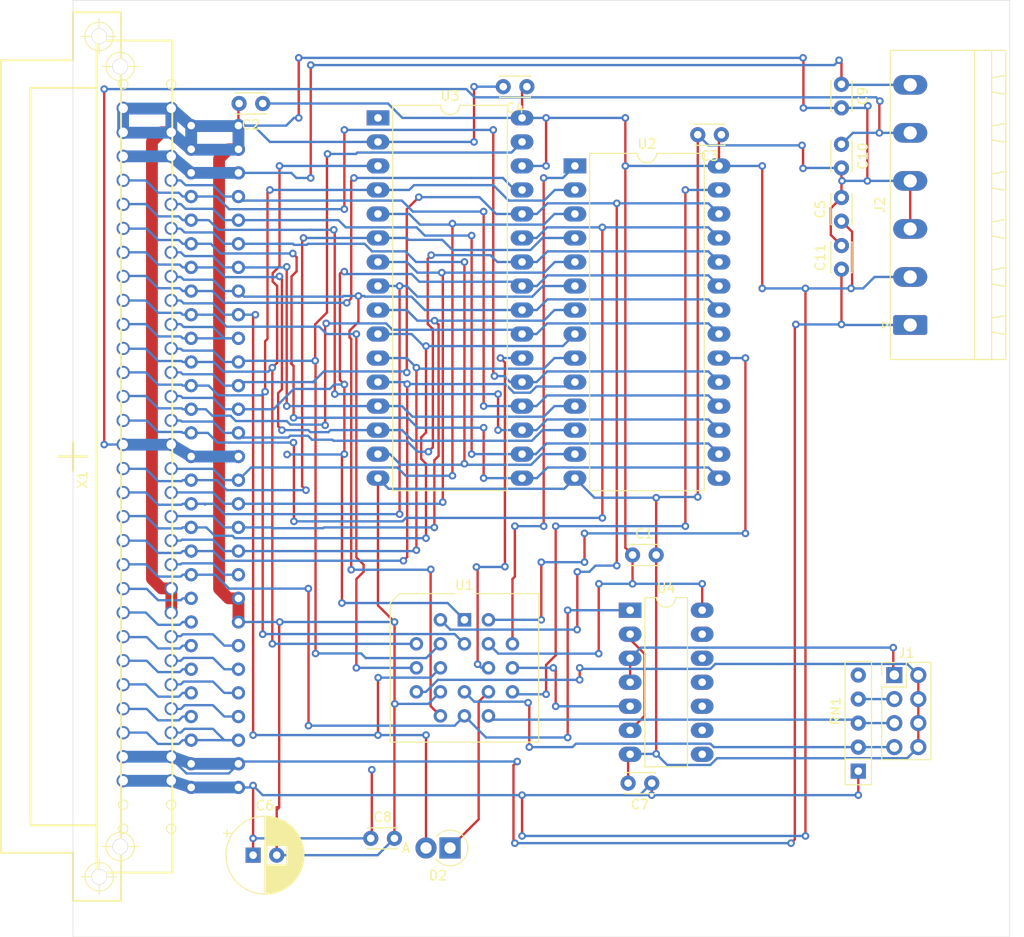
<source format=kicad_pcb>
(kicad_pcb (version 20171130) (host pcbnew "(5.1.10)-1")
  (layers (0 F.Cu signal) (31 B.Cu signal) (34 B.Paste user) (35 F.Paste user) (36 B.SilkS user) (37 F.SilkS user) (38 B.Mask user) (39 F.Mask user) (44 Edge.Cuts user))
  (net 0 "")
  (net 1 GND)
  (net 2 +5P)
  (net 3 "Net-(U1-Pad19)")
  (net 4 "Net-(U1-Pad17)")
  (net 5 "Net-(U1-Pad16)")
  (net 6 "Net-(X1-PadA27)")
  (net 7 "Net-(X1-PadA26)")
  (net 8 "Net-(X1-PadA25)")
  (net 9 "Net-(X1-PadA24)")
  (net 10 "Net-(X1-PadA23)")
  (net 11 "Net-(X1-PadA22)")
  (net 12 "Net-(X1-PadA21)")
  (net 13 "Net-(X1-PadA10)")
  (net 14 "Net-(X1-PadC26)")
  (net 15 "Net-(X1-PadC25)")
  (net 16 "Net-(X1-PadC23)")
  (net 17 "Net-(X1-PadC20)")
  (net 18 "Net-(U1-Pad6)")
  (net 19 "Net-(D2-Pad2)")
  (net 20 "Net-(D2-Pad1)")
  (net 21 "Net-(J1-Pad7)")
  (net 22 "Net-(J1-Pad5)")
  (net 23 "Net-(J1-Pad3)")
  (net 24 "Net-(J1-Pad1)")
  (net 25 A15)
  (net 26 A14)
  (net 27 A13)
  (net 28 A12)
  (net 29 A11)
  (net 30 D2)
  (net 31 D1)
  (net 32 A8)
  (net 33 D0)
  (net 34 A9)
  (net 35 A0)
  (net 36 A1)
  (net 37 ~RD)
  (net 38 A2)
  (net 39 A10)
  (net 40 A3)
  (net 41 A4)
  (net 42 D7)
  (net 43 A5)
  (net 44 D6)
  (net 45 A6)
  (net 46 D5)
  (net 47 A7)
  (net 48 D4)
  (net 49 D3)
  (net 50 ~WR)
  (net 51 -5V)
  (net 52 +12P)
  (net 53 -12V)
  (net 54 "Net-(J1-Pad2)")
  (net 55 ~Reset)
  (net 56 "Net-(U4-Pad2)")
  (net 57 "Net-(X1-PadC24)")
  (net 58 "Net-(U1-Pad18)")
  (net 59 "Net-(U1-Pad14)")
  (module Package_DIP:DIP-14_W7.62mm_LongPads (layer F.Cu) (at 135.128 115.316)
    (fp_text reference U4 (at 3.81 -2.33) (layer F.SilkS))
    (fp_text value 74LS00)
    (pad 14 thru_hole oval (at 7.62 0) (size 2.4 1.6) (drill 0.8) (layers *.Cu *.Mask) (net 2 +5P))
    (pad 7 thru_hole oval (at 0 15.24) (size 2.4 1.6) (drill 0.8) (layers *.Cu *.Mask) (net 1 GND))
    (pad 13 thru_hole oval (at 7.62 2.54) (size 2.4 1.6) (drill 0.8) (layers *.Cu *.Mask))
    (pad 6 thru_hole oval (at 0 12.7) (size 2.4 1.6) (drill 0.8) (layers *.Cu *.Mask) (net 56 "Net-(U4-Pad2)"))
    (pad 12 thru_hole oval (at 7.62 5.08) (size 2.4 1.6) (drill 0.8) (layers *.Cu *.Mask))
    (pad 5 thru_hole oval (at 0 10.16) (size 2.4 1.6) (drill 0.8) (layers *.Cu *.Mask) (net 5 "Net-(U1-Pad16)"))
    (pad 11 thru_hole oval (at 7.62 7.62) (size 2.4 1.6) (drill 0.8) (layers *.Cu *.Mask))
    (pad 4 thru_hole oval (at 0 7.62) (size 2.4 1.6) (drill 0.8) (layers *.Cu *.Mask) (net 24 "Net-(J1-Pad1)"))
    (pad 10 thru_hole oval (at 7.62 10.16) (size 2.4 1.6) (drill 0.8) (layers *.Cu *.Mask))
    (pad 3 thru_hole oval (at 0 5.08) (size 2.4 1.6) (drill 0.8) (layers *.Cu *.Mask) (net 24 "Net-(J1-Pad1)"))
    (pad 9 thru_hole oval (at 7.62 12.7) (size 2.4 1.6) (drill 0.8) (layers *.Cu *.Mask))
    (pad 2 thru_hole oval (at 0 2.54) (size 2.4 1.6) (drill 0.8) (layers *.Cu *.Mask) (net 56 "Net-(U4-Pad2)"))
    (pad 8 thru_hole oval (at 7.62 15.24) (size 2.4 1.6) (drill 0.8) (layers *.Cu *.Mask))
    (pad 1 thru_hole rect (at 0 0) (size 2.4 1.6) (drill 0.8) (layers *.Cu *.Mask) (net 55 ~Reset))
  )
  (module Capacitor_THT:C_Disc_D3.0mm_W2.0mm_P2.50mm (layer F.Cu) (at 137.414 133.604 180)
    (fp_text reference C7 (at 1.25 -2.25) (layer F.SilkS))
    (fp_text value 100nF)
    (pad 2 thru_hole circle (at 2.5 0 180) (size 1.6 1.6) (drill 0.8) (layers *.Cu *.Mask) (net 1 GND))
    (pad 1 thru_hole circle (at 0 0 180) (size 1.6 1.6) (drill 0.8) (layers *.Cu *.Mask) (net 2 +5P))
  )
  (module Capacitor_THT:C_Disc_D3.0mm_W2.0mm_P2.50mm (layer F.Cu) (at 157.48 74.168 90)
    (fp_text reference C5 (at 1.25 -2.25 90) (layer F.SilkS))
    (fp_text value 100nF)
    (pad 2 thru_hole circle (at 2.5 0 90) (size 1.6 1.6) (drill 0.8) (layers *.Cu *.Mask) (net 1 GND))
    (pad 1 thru_hole circle (at 0 0 90) (size 1.6 1.6) (drill 0.8) (layers *.Cu *.Mask) (net 2 +5P))
  )
  (module Connector_Phoenix_MSTB:PhoenixContact_MSTBA_2,5_6-G-5,08_1x06_P5.08mm_Horizontal (layer F.Cu) (at 164.751 85.148 90)
    (fp_text reference J2 (at 12.7 -3.2 90) (layer F.SilkS))
    (fp_text value Conn_01x06)
    (pad 6 thru_hole oval (at 25.4 0 90) (size 2.08 3.6) (drill 1.4) (layers *.Cu *.Mask) (net 53 -12V))
    (pad 5 thru_hole oval (at 20.32 0 90) (size 2.08 3.6) (drill 1.4) (layers *.Cu *.Mask) (net 51 -5V))
    (pad 4 thru_hole oval (at 15.24 0 90) (size 2.08 3.6) (drill 1.4) (layers *.Cu *.Mask) (net 1 GND))
    (pad 3 thru_hole oval (at 10.16 0 90) (size 2.08 3.6) (drill 1.4) (layers *.Cu *.Mask) (net 1 GND))
    (pad 2 thru_hole oval (at 5.08 0 90) (size 2.08 3.6) (drill 1.4) (layers *.Cu *.Mask) (net 2 +5P))
    (pad 1 thru_hole roundrect (at 0 0 90) (size 2.08 3.6) (drill 1.4) (layers *.Cu *.Mask) (roundrect_rratio 0.1201918269230769) (net 52 +12P))
  )
  (module Capacitor_THT:C_Disc_D3.0mm_W2.0mm_P2.50mm (layer F.Cu) (at 157.48 79.248 90)
    (fp_text reference C11 (at 1.25 -2.25 90) (layer F.SilkS))
    (fp_text value 100nF)
    (pad 2 thru_hole circle (at 2.5 0 90) (size 1.6 1.6) (drill 0.8) (layers *.Cu *.Mask) (net 1 GND))
    (pad 1 thru_hole circle (at 0 0 90) (size 1.6 1.6) (drill 0.8) (layers *.Cu *.Mask) (net 52 +12P))
  )
  (module Capacitor_THT:C_Disc_D3.0mm_W2.0mm_P2.50mm (layer F.Cu) (at 157.48 66.04 270)
    (fp_text reference C10 (at 1.25 -2.25 90) (layer F.SilkS))
    (fp_text value 100nF)
    (pad 2 thru_hole circle (at 2.5 0 270) (size 1.6 1.6) (drill 0.8) (layers *.Cu *.Mask) (net 1 GND))
    (pad 1 thru_hole circle (at 0 0 270) (size 1.6 1.6) (drill 0.8) (layers *.Cu *.Mask) (net 51 -5V))
  )
  (module Capacitor_THT:C_Disc_D3.0mm_W2.0mm_P2.50mm (layer F.Cu) (at 157.48 59.69 270)
    (fp_text reference C9 (at 1.25 -2.25 90) (layer F.SilkS))
    (fp_text value 100nF)
    (pad 2 thru_hole circle (at 2.5 0 270) (size 1.6 1.6) (drill 0.8) (layers *.Cu *.Mask) (net 1 GND))
    (pad 1 thru_hole circle (at 0 0 270) (size 1.6 1.6) (drill 0.8) (layers *.Cu *.Mask) (net 53 -12V))
  )
  (module Package_LCC:PLCC-20_THT-Socket (layer F.Cu) (at 117.602 116.332)
    (fp_text reference U1 (at 0 -3.67) (layer F.SilkS))
    (fp_text value GAL16V8)
    (pad 18 thru_hole circle (at 5.08 2.54) (size 1.4224 1.4224) (drill 0.8) (layers *.Cu *.Mask) (net 58 "Net-(U1-Pad18)"))
    (pad 16 thru_hole circle (at 5.08 5.08) (size 1.4224 1.4224) (drill 0.8) (layers *.Cu *.Mask) (net 5 "Net-(U1-Pad16)"))
    (pad 19 thru_hole circle (at 2.54 0) (size 1.4224 1.4224) (drill 0.8) (layers *.Cu *.Mask) (net 3 "Net-(U1-Pad19)"))
    (pad 17 thru_hole circle (at 2.54 5.08) (size 1.4224 1.4224) (drill 0.8) (layers *.Cu *.Mask) (net 4 "Net-(U1-Pad17)"))
    (pad 15 thru_hole circle (at 2.54 7.62) (size 1.4224 1.4224) (drill 0.8) (layers *.Cu *.Mask) (net 20 "Net-(D2-Pad1)"))
    (pad 13 thru_hole circle (at 2.54 10.16) (size 1.4224 1.4224) (drill 0.8) (layers *.Cu *.Mask) (net 22 "Net-(J1-Pad5)"))
    (pad 11 thru_hole circle (at 0 10.16) (size 1.4224 1.4224) (drill 0.8) (layers *.Cu *.Mask) (net 55 ~Reset))
    (pad 9 thru_hole circle (at -2.54 10.16) (size 1.4224 1.4224) (drill 0.8) (layers *.Cu *.Mask) (net 37 ~RD))
    (pad 14 thru_hole circle (at 5.08 7.62) (size 1.4224 1.4224) (drill 0.8) (layers *.Cu *.Mask) (net 59 "Net-(U1-Pad14)"))
    (pad 12 thru_hole circle (at 0 7.62) (size 1.4224 1.4224) (drill 0.8) (layers *.Cu *.Mask) (net 21 "Net-(J1-Pad7)"))
    (pad 10 thru_hole circle (at -2.54 7.62) (size 1.4224 1.4224) (drill 0.8) (layers *.Cu *.Mask) (net 1 GND))
    (pad 8 thru_hole circle (at -5.08 7.62) (size 1.4224 1.4224) (drill 0.8) (layers *.Cu *.Mask) (net 54 "Net-(J1-Pad2)"))
    (pad 6 thru_hole circle (at -5.08 5.08) (size 1.4224 1.4224) (drill 0.8) (layers *.Cu *.Mask) (net 18 "Net-(U1-Pad6)"))
    (pad 4 thru_hole circle (at -5.08 2.54) (size 1.4224 1.4224) (drill 0.8) (layers *.Cu *.Mask) (net 26 A14))
    (pad 7 thru_hole circle (at -2.54 5.08) (size 1.4224 1.4224) (drill 0.8) (layers *.Cu *.Mask) (net 19 "Net-(D2-Pad2)"))
    (pad 5 thru_hole circle (at -2.54 2.54) (size 1.4224 1.4224) (drill 0.8) (layers *.Cu *.Mask) (net 25 A15))
    (pad 3 thru_hole circle (at -2.54 0) (size 1.4224 1.4224) (drill 0.8) (layers *.Cu *.Mask) (net 27 A13))
    (pad 1 thru_hole rect (at 0 0) (size 1.4224 1.4224) (drill 0.8) (layers *.Cu *.Mask) (net 29 A11))
    (pad 20 thru_hole circle (at 2.54 2.54) (size 1.4224 1.4224) (drill 0.8) (layers *.Cu *.Mask) (net 2 +5P))
    (pad 2 thru_hole circle (at 0 2.54) (size 1.4224 1.4224) (drill 0.8) (layers *.Cu *.Mask) (net 28 A12))
  )
  (module Capacitor_THT:C_Disc_D3.0mm_W2.0mm_P2.50mm (layer F.Cu) (at 144.78 65.024 180)
    (fp_text reference C3 (at 1.25 -2.25) (layer F.SilkS))
    (fp_text value 100nF)
    (pad 2 thru_hole circle (at 2.5 0 180) (size 1.6 1.6) (drill 0.8) (layers *.Cu *.Mask) (net 1 GND))
    (pad 1 thru_hole circle (at 0 0 180) (size 1.6 1.6) (drill 0.8) (layers *.Cu *.Mask) (net 2 +5P))
  )
  (module Package_DIP:DIP-32_W15.24mm_LongPads (layer F.Cu) (at 108.458 63.246)
    (fp_text reference U3 (at 7.62 -2.33) (layer F.SilkS))
    (fp_text value 628128_DIP32_SSOP32)
    (pad 32 thru_hole oval (at 15.24 0) (size 2.4 1.6) (drill 0.8) (layers *.Cu *.Mask) (net 2 +5P))
    (pad 16 thru_hole oval (at 0 38.1) (size 2.4 1.6) (drill 0.8) (layers *.Cu *.Mask) (net 1 GND))
    (pad 31 thru_hole oval (at 15.24 2.54) (size 2.4 1.6) (drill 0.8) (layers *.Cu *.Mask) (net 25 A15))
    (pad 15 thru_hole oval (at 0 35.56) (size 2.4 1.6) (drill 0.8) (layers *.Cu *.Mask) (net 30 D2))
    (pad 30 thru_hole oval (at 15.24 5.08) (size 2.4 1.6) (drill 0.8) (layers *.Cu *.Mask) (net 2 +5P))
    (pad 14 thru_hole oval (at 0 33.02) (size 2.4 1.6) (drill 0.8) (layers *.Cu *.Mask) (net 31 D1))
    (pad 29 thru_hole oval (at 15.24 7.62) (size 2.4 1.6) (drill 0.8) (layers *.Cu *.Mask) (net 50 ~WR))
    (pad 13 thru_hole oval (at 0 30.48) (size 2.4 1.6) (drill 0.8) (layers *.Cu *.Mask) (net 33 D0))
    (pad 28 thru_hole oval (at 15.24 10.16) (size 2.4 1.6) (drill 0.8) (layers *.Cu *.Mask) (net 27 A13))
    (pad 12 thru_hole oval (at 0 27.94) (size 2.4 1.6) (drill 0.8) (layers *.Cu *.Mask) (net 35 A0))
    (pad 27 thru_hole oval (at 15.24 12.7) (size 2.4 1.6) (drill 0.8) (layers *.Cu *.Mask) (net 32 A8))
    (pad 11 thru_hole oval (at 0 25.4) (size 2.4 1.6) (drill 0.8) (layers *.Cu *.Mask) (net 36 A1))
    (pad 26 thru_hole oval (at 15.24 15.24) (size 2.4 1.6) (drill 0.8) (layers *.Cu *.Mask) (net 34 A9))
    (pad 10 thru_hole oval (at 0 22.86) (size 2.4 1.6) (drill 0.8) (layers *.Cu *.Mask) (net 38 A2))
    (pad 25 thru_hole oval (at 15.24 17.78) (size 2.4 1.6) (drill 0.8) (layers *.Cu *.Mask) (net 29 A11))
    (pad 9 thru_hole oval (at 0 20.32) (size 2.4 1.6) (drill 0.8) (layers *.Cu *.Mask) (net 40 A3))
    (pad 24 thru_hole oval (at 15.24 20.32) (size 2.4 1.6) (drill 0.8) (layers *.Cu *.Mask) (net 37 ~RD))
    (pad 8 thru_hole oval (at 0 17.78) (size 2.4 1.6) (drill 0.8) (layers *.Cu *.Mask) (net 41 A4))
    (pad 23 thru_hole oval (at 15.24 22.86) (size 2.4 1.6) (drill 0.8) (layers *.Cu *.Mask) (net 39 A10))
    (pad 7 thru_hole oval (at 0 15.24) (size 2.4 1.6) (drill 0.8) (layers *.Cu *.Mask) (net 43 A5))
    (pad 22 thru_hole oval (at 15.24 25.4) (size 2.4 1.6) (drill 0.8) (layers *.Cu *.Mask) (net 4 "Net-(U1-Pad17)"))
    (pad 6 thru_hole oval (at 0 12.7) (size 2.4 1.6) (drill 0.8) (layers *.Cu *.Mask) (net 45 A6))
    (pad 21 thru_hole oval (at 15.24 27.94) (size 2.4 1.6) (drill 0.8) (layers *.Cu *.Mask) (net 42 D7))
    (pad 5 thru_hole oval (at 0 10.16) (size 2.4 1.6) (drill 0.8) (layers *.Cu *.Mask) (net 47 A7))
    (pad 20 thru_hole oval (at 15.24 30.48) (size 2.4 1.6) (drill 0.8) (layers *.Cu *.Mask) (net 44 D6))
    (pad 4 thru_hole oval (at 0 7.62) (size 2.4 1.6) (drill 0.8) (layers *.Cu *.Mask) (net 28 A12))
    (pad 19 thru_hole oval (at 15.24 33.02) (size 2.4 1.6) (drill 0.8) (layers *.Cu *.Mask) (net 46 D5))
    (pad 3 thru_hole oval (at 0 5.08) (size 2.4 1.6) (drill 0.8) (layers *.Cu *.Mask) (net 26 A14))
    (pad 18 thru_hole oval (at 15.24 35.56) (size 2.4 1.6) (drill 0.8) (layers *.Cu *.Mask) (net 48 D4))
    (pad 2 thru_hole oval (at 0 2.54) (size 2.4 1.6) (drill 0.8) (layers *.Cu *.Mask) (net 1 GND))
    (pad 17 thru_hole oval (at 15.24 38.1) (size 2.4 1.6) (drill 0.8) (layers *.Cu *.Mask) (net 49 D3))
    (pad 1 thru_hole rect (at 0 0) (size 2.4 1.6) (drill 0.8) (layers *.Cu *.Mask))
  )
  (module Package_DIP:DIP-28_W15.24mm_LongPads (layer F.Cu) (at 129.286 68.326)
    (fp_text reference U2 (at 7.62 -2.33) (layer F.SilkS))
    (fp_text value 27C512)
    (pad 28 thru_hole oval (at 15.24 0) (size 2.4 1.6) (drill 0.8) (layers *.Cu *.Mask) (net 2 +5P))
    (pad 14 thru_hole oval (at 0 33.02) (size 2.4 1.6) (drill 0.8) (layers *.Cu *.Mask) (net 1 GND))
    (pad 27 thru_hole oval (at 15.24 2.54) (size 2.4 1.6) (drill 0.8) (layers *.Cu *.Mask) (net 59 "Net-(U1-Pad14)"))
    (pad 13 thru_hole oval (at 0 30.48) (size 2.4 1.6) (drill 0.8) (layers *.Cu *.Mask) (net 30 D2))
    (pad 26 thru_hole oval (at 15.24 5.08) (size 2.4 1.6) (drill 0.8) (layers *.Cu *.Mask) (net 27 A13))
    (pad 12 thru_hole oval (at 0 27.94) (size 2.4 1.6) (drill 0.8) (layers *.Cu *.Mask) (net 31 D1))
    (pad 25 thru_hole oval (at 15.24 7.62) (size 2.4 1.6) (drill 0.8) (layers *.Cu *.Mask) (net 32 A8))
    (pad 11 thru_hole oval (at 0 25.4) (size 2.4 1.6) (drill 0.8) (layers *.Cu *.Mask) (net 33 D0))
    (pad 24 thru_hole oval (at 15.24 10.16) (size 2.4 1.6) (drill 0.8) (layers *.Cu *.Mask) (net 34 A9))
    (pad 10 thru_hole oval (at 0 22.86) (size 2.4 1.6) (drill 0.8) (layers *.Cu *.Mask) (net 35 A0))
    (pad 23 thru_hole oval (at 15.24 12.7) (size 2.4 1.6) (drill 0.8) (layers *.Cu *.Mask) (net 29 A11))
    (pad 9 thru_hole oval (at 0 20.32) (size 2.4 1.6) (drill 0.8) (layers *.Cu *.Mask) (net 36 A1))
    (pad 22 thru_hole oval (at 15.24 15.24) (size 2.4 1.6) (drill 0.8) (layers *.Cu *.Mask) (net 37 ~RD))
    (pad 8 thru_hole oval (at 0 17.78) (size 2.4 1.6) (drill 0.8) (layers *.Cu *.Mask) (net 38 A2))
    (pad 21 thru_hole oval (at 15.24 17.78) (size 2.4 1.6) (drill 0.8) (layers *.Cu *.Mask) (net 39 A10))
    (pad 7 thru_hole oval (at 0 15.24) (size 2.4 1.6) (drill 0.8) (layers *.Cu *.Mask) (net 40 A3))
    (pad 20 thru_hole oval (at 15.24 20.32) (size 2.4 1.6) (drill 0.8) (layers *.Cu *.Mask) (net 3 "Net-(U1-Pad19)"))
    (pad 6 thru_hole oval (at 0 12.7) (size 2.4 1.6) (drill 0.8) (layers *.Cu *.Mask) (net 41 A4))
    (pad 19 thru_hole oval (at 15.24 22.86) (size 2.4 1.6) (drill 0.8) (layers *.Cu *.Mask) (net 42 D7))
    (pad 5 thru_hole oval (at 0 10.16) (size 2.4 1.6) (drill 0.8) (layers *.Cu *.Mask) (net 43 A5))
    (pad 18 thru_hole oval (at 15.24 25.4) (size 2.4 1.6) (drill 0.8) (layers *.Cu *.Mask) (net 44 D6))
    (pad 4 thru_hole oval (at 0 7.62) (size 2.4 1.6) (drill 0.8) (layers *.Cu *.Mask) (net 45 A6))
    (pad 17 thru_hole oval (at 15.24 27.94) (size 2.4 1.6) (drill 0.8) (layers *.Cu *.Mask) (net 46 D5))
    (pad 3 thru_hole oval (at 0 5.08) (size 2.4 1.6) (drill 0.8) (layers *.Cu *.Mask) (net 47 A7))
    (pad 16 thru_hole oval (at 15.24 30.48) (size 2.4 1.6) (drill 0.8) (layers *.Cu *.Mask) (net 48 D4))
    (pad 2 thru_hole oval (at 0 2.54) (size 2.4 1.6) (drill 0.8) (layers *.Cu *.Mask) (net 28 A12))
    (pad 15 thru_hole oval (at 15.24 33.02) (size 2.4 1.6) (drill 0.8) (layers *.Cu *.Mask) (net 49 D3))
    (pad 1 thru_hole rect (at 0 0) (size 2.4 1.6) (drill 0.8) (layers *.Cu *.Mask) (net 58 "Net-(U1-Pad18)"))
  )
  (module Resistor_THT:R_Array_SIP5 (layer F.Cu) (at 159.258 132.334 90)
    (fp_text reference RN1 (at 6.35 -2.4 90) (layer F.SilkS))
    (fp_text value 4K7)
    (pad 5 thru_hole oval (at 10.16 0 90) (size 1.6 1.6) (drill 0.8) (layers *.Cu *.Mask))
    (pad 4 thru_hole oval (at 7.62 0 90) (size 1.6 1.6) (drill 0.8) (layers *.Cu *.Mask) (net 23 "Net-(J1-Pad3)"))
    (pad 3 thru_hole oval (at 5.08 0 90) (size 1.6 1.6) (drill 0.8) (layers *.Cu *.Mask) (net 22 "Net-(J1-Pad5)"))
    (pad 2 thru_hole oval (at 2.54 0 90) (size 1.6 1.6) (drill 0.8) (layers *.Cu *.Mask) (net 21 "Net-(J1-Pad7)"))
    (pad 1 thru_hole rect (at 0 0 90) (size 1.6 1.6) (drill 0.8) (layers *.Cu *.Mask) (net 2 +5P))
  )
  (module Connector_PinHeader_2.54mm:PinHeader_2x04_P2.54mm_Vertical (layer F.Cu) (at 163.068 122.174)
    (fp_text reference J1 (at 1.27 -2.33) (layer F.SilkS))
    (fp_text value Conn_02x04_Odd_Even)
    (pad 8 thru_hole oval (at 2.54 7.62) (size 1.7 1.7) (drill 1) (layers *.Cu *.Mask) (net 1 GND))
    (pad 7 thru_hole oval (at 0 7.62) (size 1.7 1.7) (drill 1) (layers *.Cu *.Mask) (net 21 "Net-(J1-Pad7)"))
    (pad 6 thru_hole oval (at 2.54 5.08) (size 1.7 1.7) (drill 1) (layers *.Cu *.Mask) (net 1 GND))
    (pad 5 thru_hole oval (at 0 5.08) (size 1.7 1.7) (drill 1) (layers *.Cu *.Mask) (net 22 "Net-(J1-Pad5)"))
    (pad 4 thru_hole oval (at 2.54 2.54) (size 1.7 1.7) (drill 1) (layers *.Cu *.Mask) (net 1 GND))
    (pad 3 thru_hole oval (at 0 2.54) (size 1.7 1.7) (drill 1) (layers *.Cu *.Mask) (net 23 "Net-(J1-Pad3)"))
    (pad 2 thru_hole oval (at 2.54 0) (size 1.7 1.7) (drill 1) (layers *.Cu *.Mask) (net 54 "Net-(J1-Pad2)"))
    (pad 1 thru_hole rect (at 0 0) (size 1.7 1.7) (drill 1) (layers *.Cu *.Mask) (net 24 "Net-(J1-Pad1)"))
  )
  (module Diode_THT:D_DO-15_P2.54mm_Vertical_AnodeUp (layer F.Cu) (at 116.078 140.462 180)
    (fp_text reference D2 (at 1.27 -2.92) (layer F.SilkS))
    (fp_text value 1N4148)
    (fp_text user A (at 4.66 0) (layer F.SilkS))
    (pad 2 thru_hole oval (at 2.54 0 180) (size 2.24 2.24) (drill 1.2) (layers *.Cu *.Mask) (net 19 "Net-(D2-Pad2)"))
    (pad 1 thru_hole rect (at 0 0 180) (size 2.24 2.24) (drill 1.2) (layers *.Cu *.Mask) (net 20 "Net-(D2-Pad1)"))
  )
  (module Capacitor_THT:C_Disc_D3.0mm_W2.0mm_P2.50mm (layer F.Cu) (at 107.696 139.446)
    (fp_text reference C8 (at 1.25 -2.25) (layer F.SilkS))
    (fp_text value 100nF)
    (pad 2 thru_hole circle (at 2.5 0) (size 1.6 1.6) (drill 0.8) (layers *.Cu *.Mask) (net 1 GND))
    (pad 1 thru_hole circle (at 0 0) (size 1.6 1.6) (drill 0.8) (layers *.Cu *.Mask) (net 2 +5P))
  )
  (module Capacitor_THT:CP_Radial_D8.0mm_P2.50mm (layer F.Cu) (at 95.25 141.224)
    (fp_text reference C6 (at 1.25 -5.25) (layer F.SilkS))
    (fp_text value 100µF)
    (pad 2 thru_hole circle (at 2.5 0) (size 1.6 1.6) (drill 0.8) (layers *.Cu *.Mask) (net 1 GND))
    (pad 1 thru_hole rect (at 0 0) (size 1.6 1.6) (drill 0.8) (layers *.Cu *.Mask) (net 2 +5P))
  )
  (module Capacitor_THT:C_Disc_D3.0mm_W2.0mm_P2.50mm (layer F.Cu) (at 124.206 59.944 180)
    (fp_text reference C4 (at 1.25 -2.25) (layer F.SilkS))
    (fp_text value 100nF)
    (pad 2 thru_hole circle (at 2.5 0 180) (size 1.6 1.6) (drill 0.8) (layers *.Cu *.Mask) (net 1 GND))
    (pad 1 thru_hole circle (at 0 0 180) (size 1.6 1.6) (drill 0.8) (layers *.Cu *.Mask) (net 2 +5P))
  )
  (module Capacitor_THT:C_Disc_D3.0mm_W2.0mm_P2.50mm (layer F.Cu) (at 96.266 61.722 180)
    (fp_text reference C2 (at 1.25 -2.25) (layer F.SilkS))
    (fp_text value 100nF)
    (pad 2 thru_hole circle (at 2.5 0 180) (size 1.6 1.6) (drill 0.8) (layers *.Cu *.Mask) (net 1 GND))
    (pad 1 thru_hole circle (at 0 0 180) (size 1.6 1.6) (drill 0.8) (layers *.Cu *.Mask) (net 2 +5P))
  )
  (module Capacitor_THT:C_Disc_D3.0mm_W2.0mm_P2.50mm (layer F.Cu) (at 135.382 109.474)
    (fp_text reference C1 (at 1.25 -2.25) (layer F.SilkS))
    (fp_text value 100nF)
    (pad 2 thru_hole circle (at 2.5 0) (size 1.6 1.6) (drill 0.8) (layers *.Cu *.Mask) (net 1 GND))
    (pad 1 thru_hole circle (at 0 0) (size 1.6 1.6) (drill 0.8) (layers *.Cu *.Mask) (net 2 +5P))
  )
  (module K1520:K1520_EFS2x29_DIN_male (layer F.Cu) (at 76.2 99.06 270)
    (fp_text reference X1 (at 1.4 -1 90) (layer F.SilkS) (effects (justify right)))
    (fp_text value K1520_2x29-AC)
    (pad C15 smd custom (at 0 -17.5 270) (size 1.4 1.4) (layers B.Cu) (net 51 -5V) (options (clearance outline) (anchor circle)) (primitives (gr_line (start -1.25 7.1) (end 0 5) (width 1.25)) (gr_line (start 0 5) (end 0 0) (width 1.25)) (gr_line (start -1.25 12.2) (end -1.25 7.1) (width 1.25))))
    (pad C29 smd custom (at 35 -17.5 270) (size 1.4 1.4) (layers B.Cu) (net 2 +5P) (options (clearance outline) (anchor circle)) (primitives (gr_line (start 0 0) (end 0 5) (width 1.25)) (gr_line (start 0 5) (end -0.7 7.1) (width 1.25)) (gr_line (start -0.7 7.1) (end -0.7 12.2) (width 1.25))))
    (pad C28 smd custom (at 32.5 -17.5 270) (size 1.4 1.4) (layers B.Cu) (net 52 +12P) (options (clearance outline) (anchor circle)) (primitives (gr_line (start -0.75 7.1) (end 0 5) (width 1.25)) (gr_line (start -0.75 12.2) (end -0.75 7.1) (width 1.25)) (gr_line (start 0 5) (end 0 0) (width 1.25))))
    (pad A27 smd custom (at 30 -12.5 270) (size 1.4 1.4) (layers B.Cu) (net 6 "Net-(X1-PadA27)") (options (clearance outline) (anchor circle)) (primitives (gr_line (start 0 0) (end 0 0.9) (width 0.25)) (gr_line (start 0 0.9) (end 0.4 1.3) (width 0.25)) (gr_line (start 0.4 1.3) (end 0.4 3.5) (width 0.25)) (gr_line (start 0.4 3.5) (end -0.8 4.7) (width 0.25)) (gr_line (start -0.8 4.7) (end -0.8 7.2) (width 0.25))))
    (pad A26 smd custom (at 27.5 -12.5 270) (size 1.4 1.4) (layers B.Cu) (net 7 "Net-(X1-PadA26)") (options (clearance outline) (anchor circle)) (primitives (gr_line (start 0 0) (end 0 0.9) (width 0.25)) (gr_line (start 0 0.9) (end 0.4 1.3) (width 0.25)) (gr_line (start 0.4 1.3) (end 0.4 3.5) (width 0.25)) (gr_line (start 0.4 3.5) (end -0.8 4.7) (width 0.25)) (gr_line (start -0.8 4.7) (end -0.8 7.2) (width 0.25))))
    (pad A25 smd custom (at 25 -12.5 270) (size 1.4 1.4) (layers B.Cu) (net 8 "Net-(X1-PadA25)") (options (clearance outline) (anchor circle)) (primitives (gr_line (start 0.4 3.5) (end -0.9 4.8) (width 0.25)) (gr_line (start -0.9 4.8) (end -0.9 7.2) (width 0.25)) (gr_line (start 0 0) (end 0 0.9) (width 0.25)) (gr_line (start 0 0.9) (end 0.4 1.3) (width 0.25)) (gr_line (start 0.4 1.3) (end 0.4 3.5) (width 0.25))))
    (pad A24 smd custom (at 22.5 -12.5 270) (size 1.4 1.4) (layers B.Cu) (net 9 "Net-(X1-PadA24)") (options (clearance outline) (anchor circle)) (primitives (gr_line (start 0 0) (end 0 0.9) (width 0.25)) (gr_line (start 0 0.9) (end 0.3 1.2) (width 0.25)) (gr_line (start 0.3 1.2) (end 0.3 3.5) (width 0.25)) (gr_line (start 0.3 3.5) (end -0.9 4.7) (width 0.25)) (gr_line (start -0.9 4.7) (end -0.9 7.2) (width 0.25))))
    (pad A23 smd custom (at 20 -12.5 270) (size 1.4 1.4) (layers B.Cu) (net 10 "Net-(X1-PadA23)") (options (clearance outline) (anchor circle)) (primitives (gr_line (start 0 0.9) (end 0.3 1.2) (width 0.25)) (gr_line (start 0.3 1.2) (end 0.3 3.5) (width 0.25)) (gr_line (start 0.3 3.5) (end -0.9 4.7) (width 0.25)) (gr_line (start -0.9 4.7) (end -0.9 7.2) (width 0.25)) (gr_line (start 0 0) (end 0 0.9) (width 0.25))))
    (pad A22 smd custom (at 17.5 -12.5 270) (size 1.4 1.4) (layers B.Cu) (net 11 "Net-(X1-PadA22)") (options (clearance outline) (anchor circle)) (primitives (gr_line (start 0 0) (end 0 0.9) (width 0.25)) (gr_line (start 0 0.9) (end 0.3 1.2) (width 0.25)) (gr_line (start 0.3 1.2) (end 0.3 3.5) (width 0.25)) (gr_line (start 0.3 3.5) (end -1 4.8) (width 0.25)) (gr_line (start -1 4.8) (end -1 7.2) (width 0.25))))
    (pad A21 smd custom (at 15 -12.5 270) (size 1.4 1.4) (layers B.Cu) (net 12 "Net-(X1-PadA21)") (options (clearance outline) (anchor circle)) (primitives (gr_line (start 0.2 3.5) (end -1 4.7) (width 0.25)) (gr_line (start -1 4.7) (end -1 7.2) (width 0.25)) (gr_line (start 0 0) (end 0 0.9) (width 0.25)) (gr_line (start 0 0.9) (end 0.2 1.1) (width 0.25)) (gr_line (start 0.2 1.1) (end 0.2 3.5) (width 0.25))))
    (pad A20 smd custom (at 12.5 -12.5 270) (size 1.4 1.4) (layers B.Cu) (net 55 ~Reset) (options (clearance outline) (anchor circle)) (primitives (gr_line (start 0 0) (end 0 0.9) (width 0.25)) (gr_line (start 0 0.9) (end 0.2 1.1) (width 0.25)) (gr_line (start 0.2 1.1) (end 0.2 3.5) (width 0.25)) (gr_line (start 0.2 3.5) (end -1.1 4.8) (width 0.25)) (gr_line (start -1.1 4.8) (end -1.1 7.2) (width 0.25))))
    (pad A19 smd custom (at 10 -12.5 270) (size 1.4 1.4) (layers B.Cu) (net 35 A0) (options (clearance outline) (anchor circle)) (primitives (gr_line (start 0 0.9) (end 0.2 1.1) (width 0.25)) (gr_line (start 0.2 1.1) (end 0.2 3.5) (width 0.25)) (gr_line (start 0.2 3.5) (end -1.1 4.8) (width 0.25)) (gr_line (start -1.1 4.8) (end -1.1 7.2) (width 0.25)) (gr_line (start 0 0) (end 0 0.9) (width 0.25))))
    (pad A18 smd custom (at 7.5 -12.5 270) (size 1.4 1.4) (layers B.Cu) (net 38 A2) (options (clearance outline) (anchor circle)) (primitives (gr_line (start 0.1 1) (end 0.1 3.5) (width 0.25)) (gr_line (start 0.1 3.5) (end -1.2 4.8) (width 0.25)) (gr_line (start -1.2 4.8) (end -1.2 7.2) (width 0.25)) (gr_line (start 0 0) (end 0 0.9) (width 0.25)) (gr_line (start 0 0.9) (end 0.1 1) (width 0.25))))
    (pad A17 smd custom (at 5 -12.5 270) (size 1.4 1.4) (layers B.Cu) (net 41 A4) (options (clearance outline) (anchor circle)) (primitives (gr_line (start 0 0) (end 0 0.9) (width 0.25)) (gr_line (start 0 0.9) (end 0.1 1) (width 0.25)) (gr_line (start 0.1 1) (end 0.1 3.5) (width 0.25)) (gr_line (start 0.1 3.5) (end -1.2 4.8) (width 0.25)) (gr_line (start -1.2 4.8) (end -1.2 7.2) (width 0.25))))
    (pad A16 smd custom (at 2.5 -12.5 270) (size 1.4 1.4) (layers B.Cu) (net 45 A6) (options (clearance outline) (anchor circle)) (primitives (gr_line (start -1.2 4.8) (end -1.2 7.2) (width 0.25)) (gr_line (start 0 0) (end 0 0.9) (width 0.25)) (gr_line (start 0 0.9) (end 0.1 1) (width 0.25)) (gr_line (start 0.1 1) (end 0.1 3.5) (width 0.25)) (gr_line (start 0.1 3.5) (end -1.2 4.8) (width 0.25))))
    (pad A14 smd custom (at -2.5 -12.5 270) (size 1.4 1.4) (layers B.Cu) (net 32 A8) (options (clearance outline) (anchor circle)) (primitives (gr_line (start 0 0.9) (end -0.1 1) (width 0.25)) (gr_line (start -0.1 1) (end -0.1 3.5) (width 0.25)) (gr_line (start -0.1 3.5) (end -1.3 4.7) (width 0.25)) (gr_line (start -1.3 4.7) (end -1.3 7.2) (width 0.25)) (gr_line (start 0 0) (end 0 0.9) (width 0.25))))
    (pad A13 smd custom (at -5 -12.5 270) (size 1.4 1.4) (layers B.Cu) (net 39 A10) (options (clearance outline) (anchor circle)) (primitives (gr_line (start -0.1 1) (end -0.1 3.5) (width 0.25)) (gr_line (start -0.1 3.5) (end -1.4 4.8) (width 0.25)) (gr_line (start -1.4 4.8) (end -1.4 7.2) (width 0.25)) (gr_line (start 0 0) (end 0 0.9) (width 0.25)) (gr_line (start 0 0.9) (end -0.1 1) (width 0.25))))
    (pad A12 smd custom (at -7.5 -12.5 270) (size 1.4 1.4) (layers B.Cu) (net 28 A12) (options (clearance outline) (anchor circle)) (primitives (gr_line (start 0 0) (end 0 0.9) (width 0.25)) (gr_line (start 0 0.9) (end -0.1 1) (width 0.25)) (gr_line (start -0.1 1) (end -0.1 3.5) (width 0.25)) (gr_line (start -0.1 3.5) (end -1.4 4.8) (width 0.25)) (gr_line (start -1.4 4.8) (end -1.4 7.2) (width 0.25))))
    (pad A11 smd custom (at -10 -12.5 270) (size 1.4 1.4) (layers B.Cu) (net 26 A14) (options (clearance outline) (anchor circle)) (primitives (gr_line (start 0 0) (end 0 0.9) (width 0.25)) (gr_line (start 0 0.9) (end -0.1 1) (width 0.25)) (gr_line (start -0.1 1) (end -0.1 3.5) (width 0.25)) (gr_line (start -0.1 3.5) (end -1.4 4.8) (width 0.25)) (gr_line (start -1.4 4.8) (end -1.4 7.2) (width 0.25))))
    (pad A10 smd custom (at -12.5 -12.5 270) (size 1.4 1.4) (layers B.Cu) (net 13 "Net-(X1-PadA10)") (options (clearance outline) (anchor circle)) (primitives (gr_line (start 0 0.9) (end -0.2 1.1) (width 0.25)) (gr_line (start -0.2 1.1) (end -0.2 3.5) (width 0.25)) (gr_line (start -0.2 3.5) (end -1.5 4.8) (width 0.25)) (gr_line (start -1.5 4.8) (end -1.5 7.2) (width 0.25)) (gr_line (start 0 0) (end 0 0.9) (width 0.25))))
    (pad A09 smd custom (at -15 -12.5 270) (size 1.4 1.4) (layers B.Cu) (net 18 "Net-(U1-Pad6)") (options (clearance outline) (anchor circle)) (primitives (gr_line (start 0 0) (end 0 0.9) (width 0.25)) (gr_line (start 0 0.9) (end -0.2 1.1) (width 0.25)) (gr_line (start -0.2 1.1) (end -0.2 3.5) (width 0.25)) (gr_line (start -0.2 3.5) (end -1.5 4.8) (width 0.25)) (gr_line (start -1.5 4.8) (end -1.5 7.2) (width 0.25))))
    (pad A08 smd custom (at -17.5 -12.5 270) (size 1.4 1.4) (layers B.Cu) (net 50 ~WR) (options (clearance outline) (anchor circle)) (primitives (gr_line (start -0.3 3.5) (end -1.6 4.8) (width 0.25)) (gr_line (start -1.6 4.8) (end -1.6 7.2) (width 0.25)) (gr_line (start 0 0) (end 0 0.9) (width 0.25)) (gr_line (start 0 0.9) (end -0.3 1.2) (width 0.25)) (gr_line (start -0.3 1.2) (end -0.3 3.5) (width 0.25))))
    (pad A07 smd custom (at -20 -12.5 270) (size 1.4 1.4) (layers B.Cu) (net 31 D1) (options (clearance outline) (anchor circle)) (primitives (gr_line (start 0 0) (end 0 0.9) (width 0.25)) (gr_line (start 0 0.9) (end -0.3 1.2) (width 0.25)) (gr_line (start -0.3 1.2) (end -0.3 3.5) (width 0.25)) (gr_line (start -0.3 3.5) (end -1.6 4.8) (width 0.25)) (gr_line (start -1.6 4.8) (end -1.6 7.2) (width 0.25))))
    (pad A06 smd custom (at -22.5 -12.5 270) (size 1.4 1.4) (layers B.Cu) (net 49 D3) (options (clearance outline) (anchor circle)) (primitives (gr_line (start 0 0) (end 0 0.9) (width 0.25)) (gr_line (start 0 0.9) (end -0.4 1.3) (width 0.25)) (gr_line (start -0.4 1.3) (end -0.4 3.5) (width 0.25)) (gr_line (start -0.4 3.5) (end -1.6 4.7) (width 0.25)) (gr_line (start -1.6 4.7) (end -1.6 7.2) (width 0.25))))
    (pad A05 smd custom (at -25 -12.5 270) (size 1.4 1.4) (layers B.Cu) (net 46 D5) (options (clearance outline) (anchor circle)) (primitives (gr_line (start -0.4 1.3) (end -0.4 3.5) (width 0.25)) (gr_line (start -0.4 3.5) (end -1.7 4.8) (width 0.25)) (gr_line (start -1.7 4.8) (end -1.7 7.2) (width 0.25)) (gr_line (start 0 0) (end 0 0.9) (width 0.25)) (gr_line (start 0 0.9) (end -0.4 1.3) (width 0.25))))
    (pad C27 smd custom (at 30 -17.5 270) (size 1.4 1.4) (layers B.Cu) (net 6 "Net-(X1-PadA27)") (options (clearance outline) (anchor circle)) (primitives (gr_line (start -0.8 7.1) (end -0.8 6.1) (width 0.25)) (gr_line (start -0.8 6.1) (end -1.2 5.7) (width 0.25)) (gr_line (start -1.2 5.7) (end -1.2 2.7) (width 0.25)) (gr_line (start -1.2 2.7) (end 0 1.5) (width 0.25)) (gr_line (start 0 1.5) (end 0 0) (width 0.25))))
    (pad C26 smd custom (at 27.5 -17.5 270) (size 1.4 1.4) (layers B.Cu) (net 14 "Net-(X1-PadC26)") (options (clearance outline) (anchor circle)) (primitives (gr_line (start -0.8 7.1) (end -0.8 6.1) (width 0.25)) (gr_line (start -1.2 2.7) (end 0 1.5) (width 0.25)) (gr_line (start 0 1.5) (end 0 0) (width 0.25)) (gr_line (start -1.2 2.7) (end -1.2 5.7) (width 0.25)) (gr_line (start -1.2 5.7) (end -0.8 6.1) (width 0.25))))
    (pad C25 smd custom (at 25 -17.5 270) (size 1.4 1.4) (layers B.Cu) (net 15 "Net-(X1-PadC25)") (options (clearance outline) (anchor circle)) (primitives (gr_line (start -0.9 7.1) (end -0.9 6.1) (width 0.25)) (gr_line (start -0.9 6.1) (end -1.2 5.8) (width 0.25)) (gr_line (start -1.2 5.8) (end -1.2 2.7) (width 0.25)) (gr_line (start -1.2 2.7) (end 0 1.5) (width 0.25)) (gr_line (start 0 1.5) (end 0 0) (width 0.25))))
    (pad C24 smd custom (at 22.5 -17.5 270) (size 1.4 1.4) (layers B.Cu) (net 57 "Net-(X1-PadC24)") (options (clearance outline) (anchor circle)) (primitives (gr_line (start -0.9 7.1) (end -0.9 6.1) (width 0.25)) (gr_line (start -0.9 6.1) (end -1.2 5.8) (width 0.25)) (gr_line (start -1.2 5.8) (end -1.2 2.7) (width 0.25)) (gr_line (start -1.2 2.7) (end 0 1.5) (width 0.25)) (gr_line (start 0 1.5) (end 0 0) (width 0.25))))
    (pad C23 smd custom (at 20 -17.5 270) (size 1.4 1.4) (layers B.Cu) (net 16 "Net-(X1-PadC23)") (options (clearance outline) (anchor circle)) (primitives (gr_line (start -1.2 2.7) (end 0 1.5) (width 0.25)) (gr_line (start 0 1.5) (end 0 0) (width 0.25)) (gr_line (start -1 7.1) (end -1 6.1) (width 0.25)) (gr_line (start -1 6.1) (end -1.2 5.9) (width 0.25)) (gr_line (start -1.2 5.9) (end -1.2 2.7) (width 0.25))))
    (pad C20 smd custom (at 12.5 -17.5 270) (size 1.4 1.4) (layers B.Cu) (net 17 "Net-(X1-PadC20)") (options (clearance outline) (anchor circle)) (primitives (gr_line (start -1.1 7.1) (end -1.1 6.1) (width 0.25)) (gr_line (start -1.1 6.1) (end -1.2 6) (width 0.25)) (gr_line (start -1.2 6) (end -1.2 2.7) (width 0.25)) (gr_line (start -1.2 2.7) (end 0 1.5) (width 0.25)) (gr_line (start 0 1.5) (end 0 0) (width 0.25))))
    (pad C19 smd custom (at 10 -17.5 270) (size 1.4 1.4) (layers B.Cu) (net 36 A1) (options (clearance outline) (anchor circle)) (primitives (gr_line (start -1.1 6.1) (end -1.2 6) (width 0.25)) (gr_line (start -1.2 6) (end -1.2 2.7) (width 0.25)) (gr_line (start -1.2 2.7) (end 0 1.5) (width 0.25)) (gr_line (start 0 1.5) (end 0 0) (width 0.25)) (gr_line (start -1.1 7.1) (end -1.1 6.1) (width 0.25))))
    (pad C18 smd custom (at 7.5 -17.5 270) (size 1.4 1.4) (layers B.Cu) (net 40 A3) (options (clearance outline) (anchor circle)) (primitives (gr_line (start -1.2 7.2) (end -1.2 2.7) (width 0.25)) (gr_line (start -1.2 2.7) (end 0 1.5) (width 0.25)) (gr_line (start 0 1.5) (end 0 0) (width 0.25))))
    (pad C17 smd custom (at 5 -17.5 270) (size 1.4 1.4) (layers B.Cu) (net 43 A5) (options (clearance outline) (anchor circle)) (primitives (gr_line (start -1.2 7.1) (end -1.2 2.7) (width 0.25)) (gr_line (start -1.2 2.7) (end 0 1.5) (width 0.25)) (gr_line (start 0 1.5) (end 0 0) (width 0.25))))
    (pad C16 smd custom (at 2.5 -17.5 270) (size 1.4 1.4) (layers B.Cu) (net 47 A7) (options (clearance outline) (anchor circle)) (primitives (gr_line (start 0 1.5) (end 0 0) (width 0.25)) (gr_line (start -1.2 7.1) (end -1.2 2.7) (width 0.25)) (gr_line (start -1.2 2.7) (end 0 1.5) (width 0.25))))
    (pad C14 smd custom (at -2.5 -17.5 270) (size 1.4 1.4) (layers B.Cu) (net 34 A9) (options (clearance outline) (anchor circle)) (primitives (gr_line (start -1.3 7.1) (end -1.3 6.1) (width 0.25)) (gr_line (start -1.3 6.1) (end -1.2 6) (width 0.25)) (gr_line (start -1.2 6) (end -1.2 2.7) (width 0.25)) (gr_line (start -1.2 2.7) (end 0 1.5) (width 0.25)) (gr_line (start 0 1.5) (end 0 0) (width 0.25))))
    (pad C13 smd custom (at -5 -17.5 270) (size 1.4 1.4) (layers B.Cu) (net 29 A11) (options (clearance outline) (anchor circle)) (primitives (gr_line (start 0 1.5) (end 0 0) (width 0.25)) (gr_line (start -1.4 6.1) (end -1.2 5.9) (width 0.25)) (gr_line (start -1.2 5.9) (end -1.2 2.7) (width 0.25)) (gr_line (start -1.2 2.7) (end 0 1.5) (width 0.25)) (gr_line (start -1.4 7.1) (end -1.4 6.1) (width 0.25))))
    (pad C12 smd custom (at -7.5 -17.5 270) (size 1.4 1.4) (layers B.Cu) (net 27 A13) (options (clearance outline) (anchor circle)) (primitives (gr_line (start -1.4 7.1) (end -1.4 6.1) (width 0.25)) (gr_line (start -1.4 6.1) (end -1.2 5.9) (width 0.25)) (gr_line (start -1.2 5.9) (end -1.2 2.7) (width 0.25)) (gr_line (start -1.2 2.7) (end 0 1.5) (width 0.25)) (gr_line (start 0 1.5) (end 0 0) (width 0.25))))
    (pad C11 smd custom (at -10 -17.5 270) (size 1.4 1.4) (layers B.Cu) (net 25 A15) (options (clearance outline) (anchor circle)) (primitives (gr_line (start -1.2 2.7) (end 0 1.5) (width 0.25)) (gr_line (start 0 1.5) (end 0 0) (width 0.25)) (gr_line (start -1.4 6.1) (end -1.2 5.9) (width 0.25)) (gr_line (start -1.2 5.9) (end -1.2 2.7) (width 0.25)) (gr_line (start -1.4 7.1) (end -1.4 6.1) (width 0.25))))
    (pad C10 smd custom (at -12.5 -17.5 270) (size 1.4 1.4) (layers B.Cu) (net 13 "Net-(X1-PadA10)") (options (clearance outline) (anchor circle)) (primitives (gr_line (start -1.2 2.7) (end 0 1.5) (width 0.25)) (gr_line (start -1.2 5.8) (end -1.2 2.7) (width 0.25)) (gr_line (start -1.5 6.1) (end -1.2 5.8) (width 0.25)) (gr_line (start -1.5 7.1) (end -1.5 6.1) (width 0.25)) (gr_line (start 0 1.5) (end 0 0) (width 0.25))))
    (pad C09 smd custom (at -15 -17.5 270) (size 1.4 1.4) (layers B.Cu) (net 19 "Net-(D2-Pad2)") (options (clearance outline) (anchor circle)) (primitives (gr_line (start -1.5 7.1) (end -1.5 6.1) (width 0.25)) (gr_line (start 0 1.5) (end 0 0) (width 0.25)) (gr_line (start -1.2 5.8) (end -1.2 2.7) (width 0.25)) (gr_line (start -1.2 2.7) (end 0 1.5) (width 0.25)) (gr_line (start -1.5 6.1) (end -1.2 5.8) (width 0.25))))
    (pad C08 smd custom (at -17.5 -17.5 270) (size 1.4 1.4) (layers B.Cu) (net 37 ~RD) (options (clearance outline) (anchor circle)) (primitives (gr_line (start -1.5 6.1) (end -1.2 5.8) (width 0.25)) (gr_line (start 0 1.5) (end 0 0) (width 0.25)) (gr_line (start -1.2 5.8) (end -1.2 2.7) (width 0.25)) (gr_line (start -1.2 2.7) (end 0 1.5) (width 0.25)) (gr_line (start -1.5 7.1) (end -1.5 6.1) (width 0.25))))
    (pad C07 smd custom (at -20 -17.5 270) (size 1.4 1.4) (layers B.Cu) (net 33 D0) (options (clearance outline) (anchor circle)) (primitives (gr_line (start -1.6 6.1) (end -1.2 5.7) (width 0.25)) (gr_line (start -1.6 7.1) (end -1.6 6.1) (width 0.25)) (gr_line (start -1.2 2.7) (end 0 1.5) (width 0.25)) (gr_line (start -1.2 5.7) (end -1.2 2.7) (width 0.25)) (gr_line (start 0 1.5) (end 0 0) (width 0.25))))
    (pad C06 smd custom (at -22.5 -17.5 270) (size 1.4 1.4) (layers B.Cu) (net 30 D2) (options (clearance outline) (anchor circle)) (primitives (gr_line (start -1.2 5.7) (end -1.2 2.7) (width 0.25)) (gr_line (start -1.6 7.1) (end -1.6 6.1) (width 0.25)) (gr_line (start 0 1.5) (end 0 0) (width 0.25)) (gr_line (start -1.2 2.7) (end 0 1.5) (width 0.25)) (gr_line (start -1.6 6.1) (end -1.2 5.7) (width 0.25))))
    (pad C05 smd custom (at -25 -17.5 270) (size 1.4 1.4) (layers B.Cu) (net 48 D4) (options (clearance outline) (anchor circle)) (primitives (gr_line (start -1.2 5.6) (end -1.2 2.7) (width 0.25)) (gr_line (start -1.2 2.7) (end 0 1.5) (width 0.25)) (gr_line (start -1.7 7.1) (end -1.7 6.1) (width 0.25)) (gr_line (start -1.7 6.1) (end -1.2 5.6) (width 0.25)) (gr_line (start 0 1.5) (end 0 0) (width 0.25))))
    (pad C04 smd custom (at -27.5 -17.5 270) (size 1.4 1.4) (layers B.Cu) (net 44 D6) (options (clearance outline) (anchor circle)) (primitives (gr_line (start -1.7 6.1) (end -1.2 5.6) (width 0.25)) (gr_line (start -1.2 5.6) (end -1.2 2.7) (width 0.25)) (gr_line (start -1.7 7.1) (end -1.7 6.1) (width 0.25)) (gr_line (start 0 1.5) (end 0 0) (width 0.25)) (gr_line (start -1.2 2.7) (end 0 1.5) (width 0.25))))
    (pad A04 smd custom (at -27.5 -12.5 270) (size 1.4 1.4) (layers B.Cu) (net 42 D7) (options (clearance outline) (anchor circle)) (primitives (gr_line (start -0.4 3.5) (end -1.7 4.8) (width 0.25)) (gr_line (start -1.7 4.8) (end -1.7 7.2) (width 0.25)) (gr_line (start 0 0) (end 0 0.9) (width 0.25)) (gr_line (start 0 0.9) (end -0.4 1.3) (width 0.25)) (gr_line (start -0.4 1.3) (end -0.4 3.5) (width 0.25))))
    (pad C03 smd custom (at -30 -17.5 270) (size 1.4 1.4) (layers B.Cu) (net 53 -12V) (options (clearance outline) (anchor circle)) (primitives (gr_line (start -1.75 12.2) (end -1.75 7.1) (width 1.25)) (gr_line (start -1.75 7.1) (end 0 5) (width 1.25)) (gr_line (start 0 5) (end 0 0) (width 1.25))))
    (pad C21 smd custom (at 15 -17.5 270) (size 1.4 1.4) (layers F.Cu) (net 1 GND) (options (clearance outline) (anchor circle)) (primitives (gr_line (start 0 0) (end 2.5 0) (width 1.25))))
    (pad C21 smd custom (at 13.95 -10.4 270) (size 1.4 1.4) (layers F.Cu) (net 1 GND) (options (clearance outline) (anchor circle)) (primitives (gr_line (start 0 0) (end 2.55 0) (width 1.25))))
    (pad C02 smd custom (at -32.5 -17.5 270) (size 1.4 1.4) (layers F.Cu) (net 1 GND) (options (clearance outline) (anchor circle)) (primitives (gr_line (start 47.5 1.05) (end 46.5 2.05) (width 1.25)) (gr_line (start 47.5 1.05) (end 47.5 0) (width 1.25)) (gr_line (start 1 2.05) (end 46.5 2.05) (width 1.25)) (gr_line (start 1 2.05) (end 0 1.05) (width 1.25)) (gr_line (start 0 0) (end 0 1.05) (width 1.25))))
    (pad C02 smd custom (at -34.3 -10.4 270) (size 1.4 1.4) (layers F.Cu) (net 1 GND) (options (clearance outline) (anchor circle)) (primitives (gr_line (start 1 2.05) (end 0 1.05) (width 1.25)) (gr_line (start 0 0) (end 0 1.05) (width 1.25)) (gr_line (start 48.25 1.05) (end 47.25 2.05) (width 1.25)) (gr_line (start 48.25 1.05) (end 48.25 0) (width 1.25)) (gr_line (start 47.25 2.05) (end 1 2.05) (width 1.25))))
    (pad C01 smd custom (at -35 -17.5 270) (size 1.4 1.4) (layers B.Cu) (net 1 GND) (options (clearance outline) (anchor circle)) (primitives (gr_line (start 0.75 12.2) (end 0.75 7.1) (width 1.25)) (gr_line (start 0.75 7.1) (end 2.55 5) (width 1.25)) (gr_line (start -1.8 12.2) (end -1.8 7.05) (width 1.25)) (gr_line (start 2.55 5) (end 2.55 0) (width 1.25)) (gr_line (start 2.55 0) (end 0.05 0) (width 1.25)) (gr_line (start 0.05 0) (end 0.05 5) (width 1.25)) (gr_line (start 0.05 5) (end -1.8 7.1) (width 1.25)) (gr_line (start -1.8 7.1) (end 0.7 7.1) (width 1.25)) (gr_line (start 2.55 5) (end 0.1 5) (width 1.25)) (gr_line (start 0.75 12.2) (end -1.8 12.2) (width 1.25))))
    (pad A03 thru_hole circle (at -31.75 -5.3086 270) (size 1.4 1.4) (drill 1) (layers *.Cu *.Mask) (net 53 -12V))
    (pad A29 thru_hole circle (at 35 -12.5 270) (size 1.4 1.4) (drill 0.8) (layers *.Cu *.Mask) (net 2 +5P))
    (pad A28 thru_hole circle (at 32.5 -12.5 270) (size 1.4 1.4) (drill 0.8) (layers *.Cu *.Mask) (net 52 +12P))
    (pad A27 thru_hole circle (at 30 -12.5 270) (size 1.4 1.4) (drill 0.8) (layers *.Cu *.Mask) (net 6 "Net-(X1-PadA27)"))
    (pad A26 thru_hole circle (at 27.5 -12.5 270) (size 1.4 1.4) (drill 0.8) (layers *.Cu *.Mask) (net 7 "Net-(X1-PadA26)"))
    (pad A25 thru_hole circle (at 25 -12.5 270) (size 1.4 1.4) (drill 0.8) (layers *.Cu *.Mask) (net 8 "Net-(X1-PadA25)"))
    (pad A24 thru_hole circle (at 22.5 -12.5 270) (size 1.4 1.4) (drill 0.8) (layers *.Cu *.Mask) (net 9 "Net-(X1-PadA24)"))
    (pad A23 thru_hole circle (at 20 -12.5 270) (size 1.4 1.4) (drill 0.8) (layers *.Cu *.Mask) (net 10 "Net-(X1-PadA23)"))
    (pad A22 thru_hole circle (at 17.5 -12.5 270) (size 1.4 1.4) (drill 0.8) (layers *.Cu *.Mask) (net 11 "Net-(X1-PadA22)"))
    (pad A21 thru_hole circle (at 15 -12.5 270) (size 1.4 1.4) (drill 0.8) (layers *.Cu *.Mask) (net 12 "Net-(X1-PadA21)"))
    (pad A20 thru_hole circle (at 12.5 -12.5 270) (size 1.4 1.4) (drill 0.8) (layers *.Cu *.Mask) (net 55 ~Reset))
    (pad A19 thru_hole circle (at 10 -12.5 270) (size 1.4 1.4) (drill 0.8) (layers *.Cu *.Mask) (net 35 A0))
    (pad A18 thru_hole circle (at 7.5 -12.5 270) (size 1.4 1.4) (drill 0.8) (layers *.Cu *.Mask) (net 38 A2))
    (pad A17 thru_hole circle (at 5 -12.5 270) (size 1.4 1.4) (drill 0.8) (layers *.Cu *.Mask) (net 41 A4))
    (pad A16 thru_hole circle (at 2.5 -12.5 270) (size 1.4 1.4) (drill 0.8) (layers *.Cu *.Mask) (net 45 A6))
    (pad A15 thru_hole circle (at 0 -12.5 270) (size 1.4 1.4) (drill 0.8) (layers *.Cu *.Mask) (net 51 -5V))
    (pad A14 thru_hole circle (at -2.5 -12.5 270) (size 1.4 1.4) (drill 0.8) (layers *.Cu *.Mask) (net 32 A8))
    (pad A13 thru_hole circle (at -5 -12.5 270) (size 1.4 1.4) (drill 0.8) (layers *.Cu *.Mask) (net 39 A10))
    (pad A12 thru_hole circle (at -7.5 -12.5 270) (size 1.4 1.4) (drill 0.8) (layers *.Cu *.Mask) (net 28 A12))
    (pad A11 thru_hole circle (at -10 -12.5 270) (size 1.4 1.4) (drill 0.8) (layers *.Cu *.Mask) (net 26 A14))
    (pad A10 thru_hole circle (at -12.5 -12.5 270) (size 1.4 1.4) (drill 0.8) (layers *.Cu *.Mask) (net 13 "Net-(X1-PadA10)"))
    (pad A09 thru_hole circle (at -15 -12.5 270) (size 1.4 1.4) (drill 0.8) (layers *.Cu *.Mask) (net 18 "Net-(U1-Pad6)"))
    (pad A08 thru_hole circle (at -17.5 -12.5 270) (size 1.4 1.4) (drill 0.8) (layers *.Cu *.Mask) (net 50 ~WR))
    (pad A07 thru_hole circle (at -20 -12.5 270) (size 1.4 1.4) (drill 0.8) (layers *.Cu *.Mask) (net 31 D1))
    (pad A06 thru_hole circle (at -22.5 -12.5 270) (size 1.4 1.4) (drill 0.8) (layers *.Cu *.Mask) (net 49 D3))
    (pad A05 thru_hole circle (at -25 -12.5 270) (size 1.4 1.4) (drill 0.8) (layers *.Cu *.Mask) (net 46 D5))
    (pad A04 thru_hole circle (at -27.5 -12.5 270) (size 1.4 1.4) (drill 0.8) (layers *.Cu *.Mask) (net 42 D7))
    (pad A03 thru_hole circle (at -30 -12.5 270) (size 1.4 1.4) (drill 0.8) (layers *.Cu *.Mask) (net 53 -12V))
    (pad A02 thru_hole circle (at -32.5 -12.5 270) (size 1.4 1.4) (drill 0.8) (layers *.Cu *.Mask) (net 1 GND))
    (pad A01 thru_hole circle (at -35 -12.5 270) (size 1.4 1.4) (drill 0.8) (layers *.Cu *.Mask) (net 1 GND))
    (pad C29 thru_hole circle (at 35 -17.5 270) (size 1.4 1.4) (drill 0.8) (layers *.Cu *.Mask) (net 2 +5P))
    (pad C28 thru_hole circle (at 32.5 -17.5 270) (size 1.4 1.4) (drill 0.8) (layers *.Cu *.Mask) (net 52 +12P))
    (pad C27 thru_hole circle (at 30 -17.5 270) (size 1.4 1.4) (drill 0.8) (layers *.Cu *.Mask) (net 6 "Net-(X1-PadA27)"))
    (pad C26 thru_hole circle (at 27.5 -17.5 270) (size 1.4 1.4) (drill 0.8) (layers *.Cu *.Mask) (net 14 "Net-(X1-PadC26)"))
    (pad C25 thru_hole circle (at 25 -17.5 270) (size 1.4 1.4) (drill 0.8) (layers *.Cu *.Mask) (net 15 "Net-(X1-PadC25)"))
    (pad C24 thru_hole circle (at 22.5 -17.5 270) (size 1.4 1.4) (drill 0.8) (layers *.Cu *.Mask) (net 57 "Net-(X1-PadC24)"))
    (pad C23 thru_hole circle (at 20 -17.5 270) (size 1.4 1.4) (drill 0.8) (layers *.Cu *.Mask) (net 16 "Net-(X1-PadC23)"))
    (pad C22 thru_hole circle (at 17.5 -17.5 270) (size 1.4 1.4) (drill 0.8) (layers *.Cu *.Mask) (net 1 GND))
    (pad C21 thru_hole circle (at 15 -17.5 270) (size 1.4 1.4) (drill 0.8) (layers *.Cu *.Mask) (net 1 GND))
    (pad C20 thru_hole circle (at 12.5 -17.5 270) (size 1.4 1.4) (drill 0.8) (layers *.Cu *.Mask) (net 17 "Net-(X1-PadC20)"))
    (pad C19 thru_hole circle (at 10 -17.5 270) (size 1.4 1.4) (drill 0.8) (layers *.Cu *.Mask) (net 36 A1))
    (pad C18 thru_hole circle (at 7.5 -17.5 270) (size 1.4 1.4) (drill 0.8) (layers *.Cu *.Mask) (net 40 A3))
    (pad C17 thru_hole circle (at 5 -17.5 270) (size 1.4 1.4) (drill 0.8) (layers *.Cu *.Mask) (net 43 A5))
    (pad C16 thru_hole circle (at 2.5 -17.5 270) (size 1.4 1.4) (drill 0.8) (layers *.Cu *.Mask) (net 47 A7))
    (pad C15 thru_hole circle (at 0 -17.5 270) (size 1.4 1.4) (drill 0.8) (layers *.Cu *.Mask) (net 51 -5V))
    (pad C14 thru_hole circle (at -2.5 -17.5 270) (size 1.4 1.4) (drill 0.8) (layers *.Cu *.Mask) (net 34 A9))
    (pad C13 thru_hole circle (at -5 -17.5 270) (size 1.4 1.4) (drill 0.8) (layers *.Cu *.Mask) (net 29 A11))
    (pad C12 thru_hole circle (at -7.5 -17.5 270) (size 1.4 1.4) (drill 0.8) (layers *.Cu *.Mask) (net 27 A13))
    (pad C11 thru_hole circle (at -10 -17.5 270) (size 1.4 1.4) (drill 0.8) (layers *.Cu *.Mask) (net 25 A15))
    (pad C10 thru_hole circle (at -12.5 -17.5 270) (size 1.4 1.4) (drill 0.8) (layers *.Cu *.Mask) (net 13 "Net-(X1-PadA10)"))
    (pad C09 thru_hole circle (at -15 -17.5 270) (size 1.4 1.4) (drill 0.8) (layers *.Cu *.Mask) (net 19 "Net-(D2-Pad2)"))
    (pad C08 thru_hole circle (at -17.5 -17.5 270) (size 1.4 1.4) (drill 0.8) (layers *.Cu *.Mask) (net 37 ~RD))
    (pad C07 thru_hole circle (at -20 -17.5 270) (size 1.4 1.4) (drill 0.8) (layers *.Cu *.Mask) (net 33 D0))
    (pad C06 thru_hole circle (at -22.5 -17.5 270) (size 1.4 1.4) (drill 0.8) (layers *.Cu *.Mask) (net 30 D2))
    (pad C05 thru_hole circle (at -25 -17.5 270) (size 1.4 1.4) (drill 0.8) (layers *.Cu *.Mask) (net 48 D4))
    (pad C04 thru_hole circle (at -27.5 -17.5 270) (size 1.4 1.4) (drill 0.8) (layers *.Cu *.Mask) (net 44 D6))
    (pad C03 thru_hole circle (at -30 -17.5 270) (size 1.4 1.4) (drill 0.8) (layers *.Cu *.Mask) (net 53 -12V))
    (pad C02 thru_hole circle (at -32.5 -17.5 270) (size 1.4 1.4) (drill 0.8) (layers *.Cu *.Mask) (net 1 GND))
    (pad C01 thru_hole circle (at -35 -17.5 270) (size 1.4 1.4) (drill 0.8) (layers *.Cu *.Mask) (net 1 GND))
    (pad "" thru_hole circle (at 41.25 -5 270) (size 1.61 1.61) (drill 1.6) (layers *.Cu))
    (pad "" thru_hole circle (at -41.25 -5 270) (size 1.61 1.61) (drill 1.6) (layers *.Cu *.Mask))
    (pad C29 thru_hole circle (at 34.29 -10.3886 270) (size 1.4 1.4) (drill 1) (layers *.Cu *.Mask) (net 2 +5P))
    (pad C28 thru_hole circle (at 31.75 -10.3886 270) (size 1.4 1.4) (drill 1) (layers *.Cu *.Mask) (net 52 +12P))
    (pad C27 thru_hole circle (at 29.21 -10.3886 270) (size 1.4 1.4) (drill 1) (layers *.Cu *.Mask) (net 6 "Net-(X1-PadA27)"))
    (pad C26 thru_hole circle (at 26.67 -10.3886 270) (size 1.4 1.4) (drill 1) (layers *.Cu *.Mask) (net 14 "Net-(X1-PadC26)"))
    (pad C25 thru_hole circle (at 24.13 -10.3886 270) (size 1.4 1.4) (drill 1) (layers *.Cu *.Mask) (net 15 "Net-(X1-PadC25)"))
    (pad C24 thru_hole circle (at 21.59 -10.3886 270) (size 1.4 1.4) (drill 1) (layers *.Cu *.Mask) (net 57 "Net-(X1-PadC24)"))
    (pad C23 thru_hole circle (at 19.05 -10.3886 270) (size 1.4 1.4) (drill 1) (layers *.Cu *.Mask) (net 16 "Net-(X1-PadC23)"))
    (pad C22 thru_hole circle (at 16.51 -10.3886 270) (size 1.4 1.4) (drill 1) (layers *.Cu *.Mask) (net 1 GND))
    (pad C21 thru_hole circle (at 13.97 -10.3886 270) (size 1.4 1.4) (drill 1) (layers *.Cu *.Mask) (net 1 GND))
    (pad C20 thru_hole circle (at 11.43 -10.3886 270) (size 1.4 1.4) (drill 1) (layers *.Cu *.Mask) (net 17 "Net-(X1-PadC20)"))
    (pad C19 thru_hole circle (at 8.89 -10.3886 270) (size 1.4 1.4) (drill 1) (layers *.Cu *.Mask) (net 36 A1))
    (pad C18 thru_hole circle (at 6.35 -10.3886 270) (size 1.4 1.4) (drill 1) (layers *.Cu *.Mask) (net 40 A3))
    (pad C17 thru_hole circle (at 3.81 -10.3886 270) (size 1.4 1.4) (drill 1) (layers *.Cu *.Mask) (net 43 A5))
    (pad C16 thru_hole circle (at 1.27 -10.3886 270) (size 1.4 1.4) (drill 1) (layers *.Cu *.Mask) (net 47 A7))
    (pad C15 thru_hole circle (at -1.27 -10.3886 270) (size 1.4 1.4) (drill 1) (layers *.Cu *.Mask) (net 51 -5V))
    (pad C14 thru_hole circle (at -3.81 -10.3886 270) (size 1.4 1.4) (drill 1) (layers *.Cu *.Mask) (net 34 A9))
    (pad C13 thru_hole circle (at -6.35 -10.3886 270) (size 1.4 1.4) (drill 1) (layers *.Cu *.Mask) (net 29 A11))
    (pad C12 thru_hole circle (at -8.89 -10.3886 270) (size 1.4 1.4) (drill 1) (layers *.Cu *.Mask) (net 27 A13))
    (pad C11 thru_hole circle (at -11.43 -10.3886 270) (size 1.4 1.4) (drill 1) (layers *.Cu *.Mask) (net 25 A15))
    (pad C10 thru_hole circle (at -13.97 -10.3886 270) (size 1.4 1.4) (drill 1) (layers *.Cu *.Mask) (net 13 "Net-(X1-PadA10)"))
    (pad C09 thru_hole circle (at -16.51 -10.3886 270) (size 1.4 1.4) (drill 1) (layers *.Cu *.Mask) (net 19 "Net-(D2-Pad2)"))
    (pad C08 thru_hole circle (at -19.05 -10.3886 270) (size 1.4 1.4) (drill 1) (layers *.Cu *.Mask) (net 37 ~RD))
    (pad C07 thru_hole circle (at -21.59 -10.3886 270) (size 1.4 1.4) (drill 1) (layers *.Cu *.Mask) (net 33 D0))
    (pad C06 thru_hole circle (at -24.13 -10.3886 270) (size 1.4 1.4) (drill 1) (layers *.Cu *.Mask) (net 30 D2))
    (pad C05 thru_hole circle (at -26.67 -10.3886 270) (size 1.4 1.4) (drill 1) (layers *.Cu *.Mask) (net 48 D4))
    (pad C04 thru_hole circle (at -29.21 -10.3886 270) (size 1.4 1.4) (drill 1) (layers *.Cu *.Mask) (net 44 D6))
    (pad C03 thru_hole circle (at -31.75 -10.3886 270) (size 1.4 1.4) (drill 1) (layers *.Cu *.Mask) (net 53 -12V))
    (pad C02 thru_hole circle (at -34.29 -10.3886 270) (size 1.4 1.4) (drill 1) (layers *.Cu *.Mask) (net 1 GND))
    (pad C01 thru_hole circle (at -36.83 -10.3886 270) (size 1.4 1.4) (drill 1) (layers *.Cu *.Mask) (net 1 GND))
    (pad A29 thru_hole circle (at 34.29 -5.3086 270) (size 1.4 1.4) (drill 1) (layers *.Cu *.Mask) (net 2 +5P))
    (pad A28 thru_hole circle (at 31.75 -5.3086 270) (size 1.4 1.4) (drill 1) (layers *.Cu *.Mask) (net 52 +12P))
    (pad A27 thru_hole circle (at 29.21 -5.3086 270) (size 1.4 1.4) (drill 1) (layers *.Cu *.Mask) (net 6 "Net-(X1-PadA27)"))
    (pad A26 thru_hole circle (at 26.67 -5.3086 270) (size 1.4 1.4) (drill 1) (layers *.Cu *.Mask) (net 7 "Net-(X1-PadA26)"))
    (pad A25 thru_hole circle (at 24.13 -5.3086 270) (size 1.4 1.4) (drill 1) (layers *.Cu *.Mask) (net 8 "Net-(X1-PadA25)"))
    (pad A24 thru_hole circle (at 21.59 -5.3086 270) (size 1.4 1.4) (drill 1) (layers *.Cu *.Mask) (net 9 "Net-(X1-PadA24)"))
    (pad A23 thru_hole circle (at 19.05 -5.3086 270) (size 1.4 1.4) (drill 1) (layers *.Cu *.Mask) (net 10 "Net-(X1-PadA23)"))
    (pad A22 thru_hole circle (at 16.51 -5.3086 270) (size 1.4 1.4) (drill 1) (layers *.Cu *.Mask) (net 11 "Net-(X1-PadA22)"))
    (pad A21 thru_hole circle (at 13.97 -5.3086 270) (size 1.4 1.4) (drill 1) (layers *.Cu *.Mask) (net 12 "Net-(X1-PadA21)"))
    (pad A20 thru_hole circle (at 11.43 -5.3086 270) (size 1.4 1.4) (drill 1) (layers *.Cu *.Mask) (net 55 ~Reset))
    (pad A19 thru_hole circle (at 8.89 -5.3086 270) (size 1.4 1.4) (drill 1) (layers *.Cu *.Mask) (net 35 A0))
    (pad A18 thru_hole circle (at 6.35 -5.3086 270) (size 1.4 1.4) (drill 1) (layers *.Cu *.Mask) (net 38 A2))
    (pad A17 thru_hole circle (at 3.81 -5.3086 270) (size 1.4 1.4) (drill 1) (layers *.Cu *.Mask) (net 41 A4))
    (pad A16 thru_hole circle (at 1.27 -5.3086 270) (size 1.4 1.4) (drill 1) (layers *.Cu *.Mask) (net 45 A6))
    (pad A15 thru_hole circle (at -1.27 -5.3086 270) (size 1.4 1.4) (drill 1) (layers *.Cu *.Mask) (net 51 -5V))
    (pad A14 thru_hole circle (at -3.81 -5.3086 270) (size 1.4 1.4) (drill 1) (layers *.Cu *.Mask) (net 32 A8))
    (pad A13 thru_hole circle (at -6.35 -5.3086 270) (size 1.4 1.4) (drill 1) (layers *.Cu *.Mask) (net 39 A10))
    (pad A12 thru_hole circle (at -8.89 -5.3086 270) (size 1.4 1.4) (drill 1) (layers *.Cu *.Mask) (net 28 A12))
    (pad A11 thru_hole circle (at -11.43 -5.3086 270) (size 1.4 1.4) (drill 1) (layers *.Cu *.Mask) (net 26 A14))
    (pad A10 thru_hole circle (at -13.97 -5.3086 270) (size 1.4 1.4) (drill 1) (layers *.Cu *.Mask) (net 13 "Net-(X1-PadA10)"))
    (pad A09 thru_hole circle (at -16.51 -5.3086 270) (size 1.4 1.4) (drill 1) (layers *.Cu *.Mask) (net 18 "Net-(U1-Pad6)"))
    (pad A08 thru_hole circle (at -19.05 -5.3086 270) (size 1.4 1.4) (drill 1) (layers *.Cu *.Mask) (net 50 ~WR))
    (pad A07 thru_hole circle (at -21.59 -5.3086 270) (size 1.4 1.4) (drill 1) (layers *.Cu *.Mask) (net 31 D1))
    (pad A06 thru_hole circle (at -24.13 -5.3086 270) (size 1.4 1.4) (drill 1) (layers *.Cu *.Mask) (net 49 D3))
    (pad A05 thru_hole circle (at -26.67 -5.3086 270) (size 1.4 1.4) (drill 1) (layers *.Cu *.Mask) (net 46 D5))
    (pad A04 thru_hole circle (at -29.21 -5.3086 270) (size 1.4 1.4) (drill 1) (layers *.Cu *.Mask) (net 42 D7))
    (pad A02 thru_hole circle (at -34.29 -5.3086 270) (size 1.4 1.4) (drill 1) (layers *.Cu *.Mask) (net 1 GND))
    (pad A01 thru_hole circle (at -36.83 -5.3086 270) (size 1.4 1.4) (drill 1) (layers *.Cu *.Mask) (net 1 GND))
    (pad "" thru_hole circle (at 44.45 -2.7686 270) (size 1.61 1.61) (drill 1.6) (layers *.Cu *.Mask))
    (pad "" thru_hole circle (at -44.45 -2.7686 270) (size 1.61 1.61) (drill 1.6) (layers *.Cu *.Mask))
  )
  (gr_line (start 76.2 149.86) (end 76.2 50.8) (layer Edge.Cuts) (width 0.05))
  (gr_line (start 175.26 50.8) (end 175.26 149.86) (layer Edge.Cuts) (width 0.05))
  (gr_line (start 76.2 50.8) (end 175.26 50.8) (layer Edge.Cuts) (width 0.05))
  (gr_line (start 76.2 149.86) (end 175.26 149.86) (layer Edge.Cuts) (width 0.05))
  (segment (start 122.682 118.872) (end 122.682 112.014) (width 0.25) (layer F.Cu) (net 58))
  (segment (start 125.984 69.596) (end 125.984 69.596) (width 0.25) (layer F.Cu) (net 58))
  (via (at 125.984 69.596) (size 0.8) (drill 0.4) (layers F.Cu B.Cu) (net 58))
  (segment (start 122.936 111.76) (end 122.936 106.426) (width 0.25) (layer F.Cu) (net 58))
  (segment (start 122.682 112.014) (end 122.936 111.76) (width 0.25) (layer F.Cu) (net 58))
  (segment (start 122.936 106.426) (end 122.936 106.426) (width 0.25) (layer F.Cu) (net 58))
  (via (at 122.936 106.426) (size 0.8) (drill 0.4) (layers F.Cu B.Cu) (net 58))
  (segment (start 125.984 106.426) (end 125.984 69.596) (width 0.25) (layer F.Cu) (net 58))
  (via (at 125.984 106.426) (size 0.8) (drill 0.4) (layers F.Cu B.Cu) (net 58))
  (segment (start 122.936 106.426) (end 125.984 106.426) (width 0.25) (layer B.Cu) (net 58))
  (segment (start 128.016 69.596) (end 125.984 69.596) (width 0.25) (layer B.Cu) (net 58))
  (segment (start 129.286 68.326) (end 128.016 69.596) (width 0.25) (layer B.Cu) (net 58))
  (segment (start 165.608 129.794) (end 165.608 122.174) (width 0.25) (layer F.Cu) (net 1))
  (segment (start 97.75 136.184) (end 97.79 136.144) (width 0.25) (layer F.Cu) (net 1))
  (segment (start 93.7 61.788) (end 93.766 61.722) (width 0.25) (layer F.Cu) (net 1))
  (segment (start 93.7 64.06) (end 93.7 61.788) (width 0.25) (layer F.Cu) (net 1))
  (segment (start 142.28 65.024) (end 142.28 103.338) (width 0.25) (layer F.Cu) (net 1))
  (segment (start 108.458 65.786) (end 118.618 65.786) (width 0.25) (layer B.Cu) (net 1))
  (segment (start 121.706 59.944) (end 118.618 59.944) (width 0.25) (layer B.Cu) (net 1))
  (segment (start 118.618 65.786) (end 118.618 65.786) (width 0.25) (layer B.Cu) (net 1))
  (via (at 118.618 65.786) (size 0.8) (drill 0.4) (layers F.Cu B.Cu) (net 1))
  (segment (start 118.618 59.944) (end 118.618 59.944) (width 0.25) (layer B.Cu) (net 1))
  (via (at 118.618 59.944) (size 0.8) (drill 0.4) (layers F.Cu B.Cu) (net 1))
  (segment (start 118.618 65.786) (end 118.618 59.944) (width 0.25) (layer F.Cu) (net 1))
  (segment (start 128.16099 102.47101) (end 129.286 101.346) (width 0.25) (layer B.Cu) (net 1))
  (segment (start 109.58301 102.47101) (end 128.16099 102.47101) (width 0.25) (layer B.Cu) (net 1))
  (segment (start 108.458 101.346) (end 109.58301 102.47101) (width 0.25) (layer B.Cu) (net 1))
  (segment (start 97.79 136.144) (end 97.79 136.144) (width 0.25) (layer F.Cu) (net 1))
  (segment (start 137.882 109.474) (end 137.882 103.418) (width 0.25) (layer F.Cu) (net 1))
  (segment (start 142.28 103.338) (end 142.28 103.338) (width 0.25) (layer F.Cu) (net 1))
  (via (at 142.28 103.338) (size 0.8) (drill 0.4) (layers F.Cu B.Cu) (net 1))
  (segment (start 137.882 103.418) (end 137.882 103.418) (width 0.25) (layer F.Cu) (net 1))
  (via (at 137.882 103.418) (size 0.8) (drill 0.4) (layers F.Cu B.Cu) (net 1))
  (segment (start 137.962 103.338) (end 137.882 103.418) (width 0.25) (layer B.Cu) (net 1))
  (segment (start 142.28 103.338) (end 137.962 103.338) (width 0.25) (layer B.Cu) (net 1))
  (segment (start 131.358 103.418) (end 129.286 101.346) (width 0.25) (layer B.Cu) (net 1))
  (segment (start 137.882 103.418) (end 131.358 103.418) (width 0.25) (layer B.Cu) (net 1))
  (segment (start 97.028 65.786) (end 108.458 65.786) (width 0.25) (layer B.Cu) (net 1))
  (segment (start 95.302 64.06) (end 97.028 65.786) (width 0.25) (layer B.Cu) (net 1))
  (segment (start 93.7 64.06) (end 95.302 64.06) (width 0.25) (layer B.Cu) (net 1))
  (segment (start 93.7 64.06) (end 93.7 66.56) (width 0.25) (layer B.Cu) (net 1))
  (segment (start 115.062 123.952) (end 113.792 125.222) (width 0.25) (layer B.Cu) (net 1))
  (segment (start 113.792 125.222) (end 110.236 125.222) (width 0.25) (layer B.Cu) (net 1))
  (segment (start 93.7 116.56) (end 98.07 116.56) (width 0.25) (layer B.Cu) (net 1))
  (segment (start 110.21 116.56) (end 110.21 116.56) (width 0.25) (layer B.Cu) (net 1))
  (via (at 110.21 116.56) (size 0.8) (drill 0.4) (layers F.Cu B.Cu) (net 1))
  (segment (start 110.236 125.222) (end 110.236 125.222) (width 0.25) (layer B.Cu) (net 1))
  (via (at 110.236 125.222) (size 0.8) (drill 0.4) (layers F.Cu B.Cu) (net 1))
  (segment (start 108.458 114.808) (end 110.21 116.56) (width 0.25) (layer F.Cu) (net 1))
  (segment (start 108.458 101.346) (end 108.458 114.808) (width 0.25) (layer F.Cu) (net 1))
  (segment (start 110.21 125.196) (end 110.236 125.222) (width 0.25) (layer F.Cu) (net 1))
  (segment (start 110.21 116.56) (end 110.21 125.196) (width 0.25) (layer F.Cu) (net 1))
  (segment (start 108.418 141.224) (end 110.196 139.446) (width 0.25) (layer B.Cu) (net 1))
  (segment (start 97.75 141.224) (end 108.418 141.224) (width 0.25) (layer B.Cu) (net 1))
  (segment (start 110.196 125.262) (end 110.236 125.222) (width 0.25) (layer F.Cu) (net 1))
  (segment (start 110.196 139.446) (end 110.196 125.262) (width 0.25) (layer F.Cu) (net 1))
  (segment (start 93.7 64.06) (end 98.754 64.06) (width 0.25) (layer B.Cu) (net 1))
  (segment (start 98.754 64.06) (end 99.568 63.246) (width 0.25) (layer B.Cu) (net 1))
  (segment (start 99.568 63.246) (end 100.076 63.246) (width 0.25) (layer B.Cu) (net 1))
  (segment (start 100.076 63.246) (end 100.076 63.246) (width 0.25) (layer B.Cu) (net 1))
  (via (at 100.076 63.246) (size 0.8) (drill 0.4) (layers F.Cu B.Cu) (net 1))
  (segment (start 100.076 63.246) (end 100.076 56.896) (width 0.25) (layer F.Cu) (net 1))
  (segment (start 100.076 56.896) (end 100.076 56.896) (width 0.25) (layer F.Cu) (net 1))
  (via (at 100.076 56.896) (size 0.8) (drill 0.4) (layers F.Cu B.Cu) (net 1))
  (segment (start 164.751 74.988) (end 164.751 69.908) (width 0.25) (layer F.Cu) (net 1))
  (segment (start 164.751 69.908) (end 160.216 69.908) (width 0.25) (layer B.Cu) (net 1))
  (segment (start 157.48 62.19) (end 160.06 62.19) (width 0.25) (layer B.Cu) (net 1))
  (segment (start 160.06 62.19) (end 160.274 61.976) (width 0.25) (layer B.Cu) (net 1))
  (segment (start 160.274 61.976) (end 160.274 61.976) (width 0.25) (layer B.Cu) (net 1))
  (via (at 160.274 61.976) (size 0.8) (drill 0.4) (layers F.Cu B.Cu) (net 1))
  (segment (start 160.216 69.908) (end 157.538 69.908) (width 0.25) (layer B.Cu) (net 1))
  (via (at 160.216 69.908) (size 0.8) (drill 0.4) (layers F.Cu B.Cu) (net 1))
  (segment (start 143.405001 66.149001) (end 153.306999 66.149001) (width 0.25) (layer B.Cu) (net 1))
  (segment (start 142.28 65.024) (end 143.405001 66.149001) (width 0.25) (layer B.Cu) (net 1))
  (segment (start 157.48 62.19) (end 153.456 62.19) (width 0.25) (layer B.Cu) (net 1))
  (segment (start 153.456 62.19) (end 153.416 62.23) (width 0.25) (layer B.Cu) (net 1))
  (segment (start 157.48 68.54) (end 153.456 68.54) (width 0.25) (layer B.Cu) (net 1))
  (segment (start 153.456 68.54) (end 153.416 68.58) (width 0.25) (layer B.Cu) (net 1))
  (segment (start 157.538 69.908) (end 157.538 69.908) (width 0.25) (layer B.Cu) (net 1))
  (via (at 157.538 69.908) (size 0.8) (drill 0.4) (layers F.Cu B.Cu) (net 1))
  (segment (start 153.416 68.58) (end 153.416 68.58) (width 0.25) (layer B.Cu) (net 1))
  (via (at 153.416 68.58) (size 0.8) (drill 0.4) (layers F.Cu B.Cu) (net 1))
  (segment (start 153.306999 66.149001) (end 153.306999 66.149001) (width 0.25) (layer B.Cu) (net 1))
  (via (at 153.306999 66.149001) (size 0.8) (drill 0.4) (layers F.Cu B.Cu) (net 1))
  (segment (start 153.456 62.19) (end 153.456 62.19) (width 0.25) (layer B.Cu) (net 1))
  (via (at 153.456 62.19) (size 0.8) (drill 0.4) (layers F.Cu B.Cu) (net 1))
  (segment (start 160.216 62.034) (end 160.274 61.976) (width 0.25) (layer F.Cu) (net 1))
  (segment (start 160.216 69.908) (end 160.216 62.034) (width 0.25) (layer F.Cu) (net 1))
  (segment (start 153.416 66.258002) (end 153.306999 66.149001) (width 0.25) (layer F.Cu) (net 1))
  (segment (start 153.416 68.58) (end 153.416 66.258002) (width 0.25) (layer F.Cu) (net 1))
  (segment (start 153.456 62.19) (end 153.456 56.936) (width 0.25) (layer F.Cu) (net 1))
  (segment (start 153.456 56.936) (end 153.416 56.896) (width 0.25) (layer F.Cu) (net 1))
  (segment (start 153.416 56.896) (end 153.416 56.896) (width 0.25) (layer F.Cu) (net 1))
  (via (at 153.416 56.896) (size 0.8) (drill 0.4) (layers F.Cu B.Cu) (net 1))
  (segment (start 153.416 56.896) (end 100.076 56.896) (width 0.25) (layer B.Cu) (net 1))
  (segment (start 98.007001 136.180999) (end 98.007001 116.622999) (width 0.25) (layer F.Cu) (net 1))
  (segment (start 97.75 136.438) (end 98.007001 136.180999) (width 0.25) (layer F.Cu) (net 1))
  (segment (start 97.75 141.224) (end 97.75 136.438) (width 0.25) (layer F.Cu) (net 1))
  (segment (start 97.75 136.438) (end 97.75 136.184) (width 0.25) (layer F.Cu) (net 1))
  (segment (start 98.007001 116.622999) (end 98.044 116.586) (width 0.25) (layer F.Cu) (net 1))
  (segment (start 98.07 116.56) (end 110.21 116.56) (width 0.25) (layer B.Cu) (net 1))
  (via (at 98.07 116.56) (size 0.8) (drill 0.4) (layers F.Cu B.Cu) (net 1))
  (segment (start 157.48 71.668) (end 157.48 68.54) (width 0.25) (layer F.Cu) (net 1))
  (segment (start 156.354999 72.793001) (end 157.48 71.668) (width 0.25) (layer F.Cu) (net 1))
  (segment (start 156.354999 75.622999) (end 156.354999 72.793001) (width 0.25) (layer F.Cu) (net 1))
  (segment (start 157.48 76.748) (end 156.354999 75.622999) (width 0.25) (layer F.Cu) (net 1))
  (segment (start 137.882 109.474) (end 137.882 130.516) (width 0.25) (layer F.Cu) (net 1))
  (segment (start 134.914 130.77) (end 135.128 130.556) (width 0.25) (layer F.Cu) (net 1))
  (segment (start 134.914 133.604) (end 134.914 130.77) (width 0.25) (layer F.Cu) (net 1))
  (segment (start 137.882 130.516) (end 137.882 130.516) (width 0.25) (layer F.Cu) (net 1))
  (via (at 137.882 130.516) (size 0.8) (drill 0.4) (layers F.Cu B.Cu) (net 1))
  (segment (start 139.04701 131.68101) (end 137.882 130.516) (width 0.25) (layer B.Cu) (net 1))
  (segment (start 143.613994 131.68101) (end 139.04701 131.68101) (width 0.25) (layer B.Cu) (net 1))
  (segment (start 144.326003 130.969001) (end 143.613994 131.68101) (width 0.25) (layer B.Cu) (net 1))
  (segment (start 164.432999 130.969001) (end 144.326003 130.969001) (width 0.25) (layer B.Cu) (net 1))
  (segment (start 165.608 129.794) (end 164.432999 130.969001) (width 0.25) (layer B.Cu) (net 1))
  (segment (start 135.168 130.516) (end 135.128 130.556) (width 0.25) (layer B.Cu) (net 1))
  (segment (start 137.882 130.516) (end 135.168 130.516) (width 0.25) (layer B.Cu) (net 1))
  (segment (start 95.25 141.224) (end 95.25 133.858) (width 0.25) (layer F.Cu) (net 2))
  (segment (start 123.698 60.452) (end 124.206 59.944) (width 0.25) (layer F.Cu) (net 2))
  (segment (start 123.698 63.246) (end 123.698 60.452) (width 0.25) (layer F.Cu) (net 2))
  (segment (start 144.526 65.278) (end 144.78 65.024) (width 0.25) (layer F.Cu) (net 2))
  (segment (start 144.526 68.326) (end 144.526 65.278) (width 0.25) (layer F.Cu) (net 2))
  (segment (start 144.526 68.326) (end 134.62 68.326) (width 0.25) (layer B.Cu) (net 2))
  (segment (start 123.698 63.246) (end 126.238 63.246) (width 0.25) (layer B.Cu) (net 2))
  (segment (start 134.62 68.326) (end 134.62 68.326) (width 0.25) (layer B.Cu) (net 2))
  (via (at 134.62 68.326) (size 0.8) (drill 0.4) (layers F.Cu B.Cu) (net 2))
  (segment (start 134.62 63.246) (end 134.62 63.246) (width 0.25) (layer B.Cu) (net 2))
  (via (at 134.62 63.246) (size 0.8) (drill 0.4) (layers F.Cu B.Cu) (net 2))
  (segment (start 95.25 133.858) (end 95.25 133.858) (width 0.25) (layer F.Cu) (net 2))
  (via (at 95.25 133.858) (size 0.8) (drill 0.4) (layers F.Cu B.Cu) (net 2))
  (segment (start 95.048 134.06) (end 95.25 133.858) (width 0.25) (layer B.Cu) (net 2))
  (segment (start 93.7 134.06) (end 95.048 134.06) (width 0.25) (layer B.Cu) (net 2))
  (segment (start 107.696 139.446) (end 95.25 139.446) (width 0.25) (layer B.Cu) (net 2))
  (segment (start 95.25 139.446) (end 95.25 139.446) (width 0.25) (layer B.Cu) (net 2))
  (via (at 95.25 139.446) (size 0.8) (drill 0.4) (layers F.Cu B.Cu) (net 2))
  (segment (start 107.80501 132.18901) (end 107.80501 132.18901) (width 0.25) (layer B.Cu) (net 2))
  (via (at 107.80501 132.18901) (size 0.8) (drill 0.4) (layers F.Cu B.Cu) (net 2))
  (segment (start 134.62 68.326) (end 134.62 63.246) (width 0.25) (layer F.Cu) (net 2))
  (segment (start 134.62 108.712) (end 135.382 109.474) (width 0.25) (layer F.Cu) (net 2))
  (segment (start 134.62 68.326) (end 134.62 107.442) (width 0.25) (layer F.Cu) (net 2))
  (segment (start 134.62 107.442) (end 134.62 108.712) (width 0.25) (layer F.Cu) (net 2))
  (segment (start 107.80501 139.33699) (end 107.696 139.446) (width 0.25) (layer F.Cu) (net 2))
  (segment (start 107.80501 132.18901) (end 107.80501 139.33699) (width 0.25) (layer F.Cu) (net 2))
  (segment (start 111.043002 63.246) (end 123.698 63.246) (width 0.25) (layer B.Cu) (net 2))
  (segment (start 109.519002 61.722) (end 111.043002 63.246) (width 0.25) (layer B.Cu) (net 2))
  (segment (start 96.266 61.722) (end 109.519002 61.722) (width 0.25) (layer B.Cu) (net 2))
  (segment (start 123.698 68.326) (end 126.238 68.326) (width 0.25) (layer B.Cu) (net 2))
  (segment (start 126.238 68.326) (end 126.238 68.326) (width 0.25) (layer B.Cu) (net 2))
  (via (at 126.238 68.326) (size 0.8) (drill 0.4) (layers F.Cu B.Cu) (net 2))
  (segment (start 126.238 63.246) (end 134.62 63.246) (width 0.25) (layer B.Cu) (net 2))
  (via (at 126.238 63.246) (size 0.8) (drill 0.4) (layers F.Cu B.Cu) (net 2))
  (segment (start 126.238 68.326) (end 126.238 63.246) (width 0.25) (layer F.Cu) (net 2))
  (segment (start 159.258 132.334) (end 159.258 134.112) (width 0.25) (layer F.Cu) (net 2))
  (segment (start 159.258 134.112) (end 159.258 134.112) (width 0.25) (layer F.Cu) (net 2))
  (segment (start 164.751 80.068) (end 160.978 80.068) (width 0.25) (layer B.Cu) (net 2))
  (segment (start 160.978 80.068) (end 159.766 81.28) (width 0.25) (layer B.Cu) (net 2))
  (segment (start 159.766 81.28) (end 149.098 81.28) (width 0.25) (layer B.Cu) (net 2))
  (segment (start 144.526 68.326) (end 149.098 68.326) (width 0.25) (layer B.Cu) (net 2))
  (segment (start 149.098 68.326) (end 149.098 68.326) (width 0.25) (layer B.Cu) (net 2))
  (via (at 149.098 68.326) (size 0.8) (drill 0.4) (layers F.Cu B.Cu) (net 2))
  (segment (start 149.098 81.28) (end 149.098 81.28) (width 0.25) (layer B.Cu) (net 2))
  (via (at 149.098 81.28) (size 0.8) (drill 0.4) (layers F.Cu B.Cu) (net 2))
  (segment (start 149.098 81.28) (end 149.098 68.326) (width 0.25) (layer F.Cu) (net 2))
  (segment (start 95.25 133.858) (end 96.266 134.874) (width 0.25) (layer B.Cu) (net 2))
  (segment (start 96.266 134.874) (end 123.698 134.874) (width 0.25) (layer B.Cu) (net 2))
  (segment (start 123.698 134.874) (end 123.698 134.874) (width 0.25) (layer B.Cu) (net 2))
  (via (at 123.698 134.874) (size 0.8) (drill 0.4) (layers F.Cu B.Cu) (net 2))
  (segment (start 123.698 134.874) (end 123.698 139.192) (width 0.25) (layer F.Cu) (net 2))
  (segment (start 123.698 139.192) (end 123.698 139.192) (width 0.25) (layer F.Cu) (net 2))
  (via (at 123.698 139.192) (size 0.8) (drill 0.4) (layers F.Cu B.Cu) (net 2))
  (segment (start 123.698 139.192) (end 153.67 139.192) (width 0.25) (layer B.Cu) (net 2))
  (segment (start 153.67 139.192) (end 153.67 139.192) (width 0.25) (layer B.Cu) (net 2))
  (via (at 153.67 139.192) (size 0.8) (drill 0.4) (layers F.Cu B.Cu) (net 2))
  (segment (start 153.67 139.192) (end 153.67 81.28) (width 0.25) (layer F.Cu) (net 2))
  (segment (start 153.67 81.28) (end 153.67 81.28) (width 0.25) (layer F.Cu) (net 2))
  (via (at 153.67 81.28) (size 0.8) (drill 0.4) (layers F.Cu B.Cu) (net 2))
  (segment (start 158.605001 75.293001) (end 158.605001 81.170999) (width 0.25) (layer F.Cu) (net 2))
  (segment (start 157.48 74.168) (end 158.605001 75.293001) (width 0.25) (layer F.Cu) (net 2))
  (segment (start 158.605001 81.170999) (end 158.496 81.28) (width 0.25) (layer F.Cu) (net 2))
  (segment (start 158.496 81.28) (end 158.496 81.28) (width 0.25) (layer F.Cu) (net 2))
  (via (at 158.496 81.28) (size 0.8) (drill 0.4) (layers F.Cu B.Cu) (net 2))
  (segment (start 142.748 115.316) (end 142.748 112.522) (width 0.25) (layer F.Cu) (net 2))
  (segment (start 135.382 109.474) (end 135.382 112.522) (width 0.25) (layer F.Cu) (net 2))
  (segment (start 135.382 112.522) (end 135.382 112.522) (width 0.25) (layer F.Cu) (net 2))
  (via (at 135.382 112.522) (size 0.8) (drill 0.4) (layers F.Cu B.Cu) (net 2))
  (segment (start 142.748 112.522) (end 142.748 112.522) (width 0.25) (layer F.Cu) (net 2))
  (via (at 142.748 112.522) (size 0.8) (drill 0.4) (layers F.Cu B.Cu) (net 2))
  (segment (start 136.144 134.874) (end 137.414 133.604) (width 0.25) (layer B.Cu) (net 2))
  (segment (start 123.698 134.874) (end 136.144 134.874) (width 0.25) (layer B.Cu) (net 2))
  (segment (start 136.144 134.874) (end 137.414 134.874) (width 0.25) (layer B.Cu) (net 2))
  (segment (start 121.178201 119.908201) (end 131.805799 119.908201) (width 0.25) (layer B.Cu) (net 2))
  (segment (start 120.142 118.872) (end 121.178201 119.908201) (width 0.25) (layer B.Cu) (net 2))
  (segment (start 135.382 112.522) (end 142.748 112.522) (width 0.25) (layer B.Cu) (net 2))
  (segment (start 135.382 112.522) (end 131.826 112.522) (width 0.25) (layer B.Cu) (net 2))
  (segment (start 159.258 134.874) (end 159.258 134.874) (width 0.25) (layer B.Cu) (net 2))
  (segment (start 131.826 112.522) (end 131.826 112.522) (width 0.25) (layer B.Cu) (net 2))
  (via (at 131.826 112.522) (size 0.8) (drill 0.4) (layers F.Cu B.Cu) (net 2))
  (segment (start 131.805799 119.908201) (end 131.805799 119.908201) (width 0.25) (layer B.Cu) (net 2))
  (via (at 131.805799 119.908201) (size 0.8) (drill 0.4) (layers F.Cu B.Cu) (net 2))
  (segment (start 159.258 134.112) (end 159.258 134.874) (width 0.25) (layer F.Cu) (net 2))
  (segment (start 159.258 134.874) (end 159.258 134.874) (width 0.25) (layer F.Cu) (net 2))
  (via (at 159.258 134.874) (size 0.8) (drill 0.4) (layers F.Cu B.Cu) (net 2))
  (segment (start 137.414 134.874) (end 159.258 134.874) (width 0.25) (layer B.Cu) (net 2))
  (via (at 137.414 134.874) (size 0.8) (drill 0.4) (layers F.Cu B.Cu) (net 2))
  (segment (start 137.414 133.604) (end 137.414 134.874) (width 0.25) (layer F.Cu) (net 2))
  (segment (start 131.805799 112.542201) (end 131.826 112.522) (width 0.25) (layer F.Cu) (net 2))
  (segment (start 131.805799 119.908201) (end 131.805799 112.542201) (width 0.25) (layer F.Cu) (net 2))
  (segment (start 144.526 88.646) (end 147.32 88.646) (width 0.25) (layer B.Cu) (net 3))
  (segment (start 147.32 88.646) (end 147.32 88.646) (width 0.25) (layer B.Cu) (net 3))
  (segment (start 120.142 116.332) (end 125.73 116.332) (width 0.25) (layer B.Cu) (net 3))
  (segment (start 125.73 116.332) (end 125.73 116.332) (width 0.25) (layer B.Cu) (net 3))
  (via (at 125.73 116.332) (size 0.8) (drill 0.4) (layers F.Cu B.Cu) (net 3))
  (segment (start 147.32 88.646) (end 147.32 88.646) (width 0.25) (layer B.Cu) (net 3))
  (via (at 147.32 88.646) (size 0.8) (drill 0.4) (layers F.Cu B.Cu) (net 3))
  (segment (start 147.32 88.646) (end 147.32 107.188) (width 0.25) (layer F.Cu) (net 3))
  (segment (start 125.73 116.332) (end 125.73 110.236) (width 0.25) (layer F.Cu) (net 3))
  (segment (start 147.32 107.188) (end 147.32 107.188) (width 0.25) (layer F.Cu) (net 3))
  (via (at 147.32 107.188) (size 0.8) (drill 0.4) (layers F.Cu B.Cu) (net 3))
  (segment (start 125.73 110.236) (end 125.73 110.236) (width 0.25) (layer F.Cu) (net 3))
  (via (at 125.73 110.236) (size 0.8) (drill 0.4) (layers F.Cu B.Cu) (net 3))
  (segment (start 147.32 107.188) (end 130.302 107.188) (width 0.25) (layer B.Cu) (net 3))
  (segment (start 125.73 110.236) (end 130.302 110.236) (width 0.25) (layer B.Cu) (net 3))
  (segment (start 130.302 107.188) (end 130.302 107.188) (width 0.25) (layer B.Cu) (net 3))
  (via (at 130.302 107.188) (size 0.8) (drill 0.4) (layers F.Cu B.Cu) (net 3))
  (segment (start 130.302 110.236) (end 130.302 110.236) (width 0.25) (layer B.Cu) (net 3))
  (via (at 130.302 110.236) (size 0.8) (drill 0.4) (layers F.Cu B.Cu) (net 3))
  (segment (start 130.302 110.236) (end 130.302 107.188) (width 0.25) (layer F.Cu) (net 3))
  (segment (start 123.698 88.646) (end 121.666 88.646) (width 0.25) (layer B.Cu) (net 4))
  (segment (start 121.666 88.646) (end 121.412 88.646) (width 0.25) (layer B.Cu) (net 4))
  (segment (start 120.142 121.412) (end 119.38 121.412) (width 0.25) (layer B.Cu) (net 4))
  (segment (start 119.38 121.412) (end 118.999 121.031) (width 0.25) (layer B.Cu) (net 4))
  (segment (start 118.999 121.031) (end 118.872 120.904) (width 0.25) (layer B.Cu) (net 4))
  (via (at 118.999 121.031) (size 0.8) (drill 0.4) (layers F.Cu B.Cu) (net 4))
  (segment (start 121.412 88.646) (end 121.412 88.646) (width 0.25) (layer B.Cu) (net 4))
  (via (at 121.412 88.646) (size 0.8) (drill 0.4) (layers F.Cu B.Cu) (net 4))
  (segment (start 121.883001 89.117001) (end 121.883001 110.707001) (width 0.25) (layer F.Cu) (net 4))
  (segment (start 121.412 88.646) (end 121.883001 89.117001) (width 0.25) (layer F.Cu) (net 4))
  (segment (start 118.999 121.031) (end 118.999 110.871) (width 0.25) (layer F.Cu) (net 4))
  (segment (start 118.999 110.871) (end 118.872 110.744) (width 0.25) (layer F.Cu) (net 4))
  (segment (start 118.872 110.744) (end 118.872 110.744) (width 0.25) (layer F.Cu) (net 4))
  (via (at 118.872 110.744) (size 0.8) (drill 0.4) (layers F.Cu B.Cu) (net 4))
  (segment (start 121.883001 110.707001) (end 121.883001 110.707001) (width 0.25) (layer F.Cu) (net 4))
  (via (at 121.883001 110.707001) (size 0.8) (drill 0.4) (layers F.Cu B.Cu) (net 4))
  (segment (start 121.846002 110.744) (end 121.883001 110.707001) (width 0.25) (layer B.Cu) (net 4))
  (segment (start 118.872 110.744) (end 121.846002 110.744) (width 0.25) (layer B.Cu) (net 4))
  (segment (start 144.526 70.866) (end 140.97 70.866) (width 0.25) (layer B.Cu) (net 59))
  (segment (start 140.97 70.866) (end 140.97 70.866) (width 0.25) (layer B.Cu) (net 59))
  (segment (start 122.682 121.412) (end 127 121.412) (width 0.25) (layer B.Cu) (net 5))
  (segment (start 127 121.412) (end 127.254 121.412) (width 0.25) (layer B.Cu) (net 5))
  (via (at 127 121.412) (size 0.8) (drill 0.4) (layers F.Cu B.Cu) (net 5))
  (segment (start 140.97 70.866) (end 140.97 70.866) (width 0.25) (layer B.Cu) (net 59))
  (via (at 140.97 70.866) (size 0.8) (drill 0.4) (layers F.Cu B.Cu) (net 59))
  (segment (start 140.97 70.866) (end 140.97 106.426) (width 0.25) (layer F.Cu) (net 59))
  (segment (start 140.97 106.426) (end 140.97 106.426) (width 0.25) (layer F.Cu) (net 59))
  (via (at 140.97 106.426) (size 0.8) (drill 0.4) (layers F.Cu B.Cu) (net 59))
  (segment (start 140.97 106.426) (end 127.254 106.426) (width 0.25) (layer B.Cu) (net 59))
  (segment (start 127.254 106.426) (end 127.254 106.426) (width 0.25) (layer B.Cu) (net 59))
  (segment (start 135.128 125.476) (end 127.254 125.476) (width 0.25) (layer B.Cu) (net 5))
  (segment (start 127.254 125.476) (end 127.254 125.476) (width 0.25) (layer B.Cu) (net 5))
  (via (at 127.254 125.476) (size 0.8) (drill 0.4) (layers F.Cu B.Cu) (net 5))
  (segment (start 127.254 121.666) (end 127 121.412) (width 0.25) (layer F.Cu) (net 5))
  (segment (start 127.254 125.476) (end 127.254 121.666) (width 0.25) (layer F.Cu) (net 5))
  (segment (start 88.7 129.06) (end 93.7 129.06) (width 0.25) (layer B.Cu) (net 6))
  (segment (start 93.7 86.56) (end 88.7 86.56) (width 0.25) (layer B.Cu) (net 13))
  (segment (start 88.7 84.06) (end 91.172 84.06) (width 0.25) (layer B.Cu) (net 18))
  (segment (start 102.254009 85.328991) (end 103.031018 86.106) (width 0.25) (layer B.Cu) (net 18))
  (segment (start 92.440991 85.328991) (end 102.254009 85.328991) (width 0.25) (layer B.Cu) (net 18))
  (segment (start 91.172 84.06) (end 92.440991 85.328991) (width 0.25) (layer B.Cu) (net 18))
  (segment (start 103.031018 86.106) (end 106.172 86.106) (width 0.25) (layer B.Cu) (net 18))
  (segment (start 106.172 86.106) (end 106.172 86.106) (width 0.25) (layer B.Cu) (net 18))
  (segment (start 112.522 121.412) (end 106.172 121.412) (width 0.25) (layer B.Cu) (net 18))
  (segment (start 106.172 121.412) (end 106.172 121.412) (width 0.25) (layer B.Cu) (net 18))
  (via (at 106.172 121.412) (size 0.8) (drill 0.4) (layers F.Cu B.Cu) (net 18))
  (segment (start 106.172 86.106) (end 106.172 86.106) (width 0.25) (layer F.Cu) (net 18))
  (via (at 106.172 86.106) (size 0.8) (drill 0.4) (layers F.Cu B.Cu) (net 18))
  (segment (start 106.172 86.36) (end 106.172 86.106) (width 0.25) (layer F.Cu) (net 18))
  (segment (start 106.934 110.49) (end 106.172 109.728) (width 0.25) (layer F.Cu) (net 18))
  (segment (start 106.172 109.728) (end 106.172 86.36) (width 0.25) (layer F.Cu) (net 18))
  (segment (start 106.934 111.252) (end 106.934 110.49) (width 0.25) (layer F.Cu) (net 18))
  (segment (start 106.172 112.014) (end 106.934 111.252) (width 0.25) (layer F.Cu) (net 18))
  (segment (start 106.172 121.412) (end 106.172 112.014) (width 0.25) (layer F.Cu) (net 18))
  (segment (start 93.7 84.06) (end 95.49 84.06) (width 0.25) (layer B.Cu) (net 19))
  (segment (start 95.25 128.524) (end 95.25 128.524) (width 0.25) (layer B.Cu) (net 19))
  (via (at 95.25 128.524) (size 0.8) (drill 0.4) (layers F.Cu B.Cu) (net 19))
  (segment (start 95.25 128.524) (end 95.25 84.328) (width 0.25) (layer F.Cu) (net 19))
  (segment (start 95.25 84.328) (end 95.25 84.074) (width 0.25) (layer F.Cu) (net 19))
  (segment (start 95.49 84.06) (end 95.49 84.06) (width 0.25) (layer B.Cu) (net 19))
  (via (at 95.49 84.06) (size 0.8) (drill 0.4) (layers F.Cu B.Cu) (net 19))
  (segment (start 95.25 128.524) (end 108.458 128.524) (width 0.25) (layer B.Cu) (net 19))
  (segment (start 114.025799 122.448201) (end 108.478201 122.448201) (width 0.25) (layer B.Cu) (net 19))
  (segment (start 115.062 121.412) (end 114.025799 122.448201) (width 0.25) (layer B.Cu) (net 19))
  (segment (start 108.478201 122.448201) (end 108.478201 122.448201) (width 0.25) (layer B.Cu) (net 19))
  (via (at 108.478201 122.448201) (size 0.8) (drill 0.4) (layers F.Cu B.Cu) (net 19))
  (segment (start 108.458 128.524) (end 108.458 128.524) (width 0.25) (layer B.Cu) (net 19))
  (via (at 108.458 128.524) (size 0.8) (drill 0.4) (layers F.Cu B.Cu) (net 19))
  (segment (start 113.538 140.462) (end 113.538 128.524) (width 0.25) (layer F.Cu) (net 19))
  (segment (start 108.458 122.468402) (end 108.478201 122.448201) (width 0.25) (layer F.Cu) (net 19))
  (segment (start 108.458 128.524) (end 108.458 122.468402) (width 0.25) (layer F.Cu) (net 19))
  (segment (start 113.538 128.524) (end 113.538 128.524) (width 0.25) (layer F.Cu) (net 19))
  (via (at 113.538 128.524) (size 0.8) (drill 0.4) (layers F.Cu B.Cu) (net 19))
  (segment (start 108.458 128.524) (end 113.538 128.524) (width 0.25) (layer B.Cu) (net 19))
  (segment (start 119.105799 137.434201) (end 116.078 140.462) (width 0.25) (layer F.Cu) (net 20))
  (segment (start 119.105799 124.988201) (end 119.105799 137.434201) (width 0.25) (layer F.Cu) (net 20))
  (segment (start 120.142 123.952) (end 119.105799 124.988201) (width 0.25) (layer F.Cu) (net 20))
  (segment (start 163.068 129.794) (end 159.258 129.794) (width 0.25) (layer B.Cu) (net 21))
  (segment (start 118.638201 124.988201) (end 124.226201 124.988201) (width 0.25) (layer B.Cu) (net 21))
  (segment (start 117.602 123.952) (end 118.638201 124.988201) (width 0.25) (layer B.Cu) (net 21))
  (segment (start 124.226201 124.988201) (end 124.333 125.095) (width 0.25) (layer B.Cu) (net 21))
  (segment (start 124.46 125.222) (end 124.46 125.222) (width 0.25) (layer B.Cu) (net 21))
  (segment (start 143.613994 129.43099) (end 129.39501 129.43099) (width 0.25) (layer B.Cu) (net 21))
  (segment (start 143.977004 129.794) (end 143.613994 129.43099) (width 0.25) (layer B.Cu) (net 21))
  (segment (start 159.258 129.794) (end 143.977004 129.794) (width 0.25) (layer B.Cu) (net 21))
  (segment (start 129.39501 129.43099) (end 129.032 129.794) (width 0.25) (layer B.Cu) (net 21))
  (segment (start 129.032 129.794) (end 124.46 129.794) (width 0.25) (layer B.Cu) (net 21))
  (segment (start 124.46 129.794) (end 124.46 129.794) (width 0.25) (layer B.Cu) (net 21))
  (via (at 124.46 129.794) (size 0.8) (drill 0.4) (layers F.Cu B.Cu) (net 21))
  (segment (start 124.333 125.095) (end 124.46 125.222) (width 0.25) (layer B.Cu) (net 21))
  (via (at 124.333 125.095) (size 0.8) (drill 0.4) (layers F.Cu B.Cu) (net 21))
  (segment (start 124.46 125.222) (end 124.333 125.095) (width 0.25) (layer F.Cu) (net 21))
  (segment (start 124.46 129.794) (end 124.46 125.222) (width 0.25) (layer F.Cu) (net 21))
  (segment (start 163.068 127.254) (end 159.258 127.254) (width 0.25) (layer B.Cu) (net 22))
  (segment (start 120.54099 126.89099) (end 120.142 126.492) (width 0.25) (layer B.Cu) (net 22))
  (segment (start 158.89499 126.89099) (end 120.54099 126.89099) (width 0.25) (layer B.Cu) (net 22))
  (segment (start 159.258 127.254) (end 158.89499 126.89099) (width 0.25) (layer B.Cu) (net 22))
  (segment (start 163.068 124.714) (end 159.258 124.714) (width 0.25) (layer B.Cu) (net 23))
  (segment (start 135.128 120.396) (end 135.128 122.936) (width 0.25) (layer F.Cu) (net 24))
  (segment (start 136.25301 119.27099) (end 162.95899 119.27099) (width 0.25) (layer B.Cu) (net 24))
  (segment (start 135.128 120.396) (end 136.25301 119.27099) (width 0.25) (layer B.Cu) (net 24))
  (segment (start 162.95899 119.27099) (end 163.068 119.38) (width 0.25) (layer B.Cu) (net 24))
  (segment (start 162.95899 119.27099) (end 162.95899 119.27099) (width 0.25) (layer B.Cu) (net 24))
  (via (at 162.95899 119.27099) (size 0.8) (drill 0.4) (layers F.Cu B.Cu) (net 24))
  (segment (start 162.95899 122.06499) (end 163.068 122.174) (width 0.25) (layer F.Cu) (net 24))
  (segment (start 162.95899 119.27099) (end 162.95899 122.06499) (width 0.25) (layer F.Cu) (net 24))
  (segment (start 122.57299 66.91101) (end 106.28101 66.91101) (width 0.25) (layer B.Cu) (net 25))
  (segment (start 123.698 65.786) (end 122.57299 66.91101) (width 0.25) (layer B.Cu) (net 25))
  (segment (start 106.28101 66.91101) (end 106.28101 66.91101) (width 0.25) (layer B.Cu) (net 25))
  (segment (start 93.823001 88.936999) (end 101.817001 88.936999) (width 0.25) (layer B.Cu) (net 25))
  (segment (start 93.7 89.06) (end 93.823001 88.936999) (width 0.25) (layer B.Cu) (net 25))
  (segment (start 101.817001 88.936999) (end 101.817001 88.936999) (width 0.25) (layer B.Cu) (net 25))
  (via (at 101.817001 88.936999) (size 0.8) (drill 0.4) (layers F.Cu B.Cu) (net 25))
  (segment (start 101.817001 85.069997) (end 103.066998 83.82) (width 0.25) (layer F.Cu) (net 25))
  (segment (start 101.817001 88.936999) (end 101.817001 85.069997) (width 0.25) (layer F.Cu) (net 25))
  (segment (start 103.062 75.433002) (end 103.062 67.118) (width 0.25) (layer F.Cu) (net 25))
  (segment (start 103.066998 75.438) (end 103.062 75.433002) (width 0.25) (layer F.Cu) (net 25))
  (segment (start 103.066998 83.82) (end 103.066998 75.438) (width 0.25) (layer F.Cu) (net 25))
  (segment (start 103.062 67.118) (end 103.124 67.056) (width 0.25) (layer F.Cu) (net 25))
  (segment (start 103.124 67.056) (end 103.124 67.056) (width 0.25) (layer F.Cu) (net 25))
  (via (at 103.124 67.056) (size 0.8) (drill 0.4) (layers F.Cu B.Cu) (net 25))
  (segment (start 106.13602 67.056) (end 106.28101 66.91101) (width 0.25) (layer B.Cu) (net 25))
  (segment (start 103.124 67.056) (end 106.13602 67.056) (width 0.25) (layer B.Cu) (net 25))
  (segment (start 113.558201 120.375799) (end 107.167799 120.375799) (width 0.25) (layer B.Cu) (net 25))
  (segment (start 115.062 118.872) (end 113.558201 120.375799) (width 0.25) (layer B.Cu) (net 25))
  (segment (start 107.167799 120.375799) (end 106.68 119.888) (width 0.25) (layer B.Cu) (net 25))
  (segment (start 106.68 119.888) (end 101.854 119.888) (width 0.25) (layer B.Cu) (net 25))
  (segment (start 101.854 119.888) (end 101.854 119.888) (width 0.25) (layer B.Cu) (net 25))
  (via (at 101.854 119.888) (size 0.8) (drill 0.4) (layers F.Cu B.Cu) (net 25))
  (segment (start 101.854 88.973998) (end 101.817001 88.936999) (width 0.25) (layer F.Cu) (net 25))
  (segment (start 101.854 119.888) (end 101.854 88.973998) (width 0.25) (layer F.Cu) (net 25))
  (segment (start 108.458 68.326) (end 98.044 68.326) (width 0.25) (layer B.Cu) (net 26))
  (segment (start 98.044 68.326) (end 98.044 68.326) (width 0.25) (layer B.Cu) (net 26))
  (via (at 98.044 68.326) (size 0.8) (drill 0.4) (layers F.Cu B.Cu) (net 26))
  (segment (start 97.282 89.662) (end 97.282 89.662) (width 0.25) (layer F.Cu) (net 26))
  (via (at 97.282 89.662) (size 0.8) (drill 0.4) (layers F.Cu B.Cu) (net 26))
  (segment (start 98.044 78.936998) (end 98.044 68.326) (width 0.25) (layer F.Cu) (net 26))
  (segment (start 97.318999 79.661999) (end 98.044 78.936998) (width 0.25) (layer F.Cu) (net 26))
  (segment (start 97.318999 80.554999) (end 97.318999 79.661999) (width 0.25) (layer F.Cu) (net 26))
  (segment (start 97.79 89.154) (end 97.79 81.026) (width 0.25) (layer F.Cu) (net 26))
  (segment (start 97.79 81.026) (end 97.318999 80.554999) (width 0.25) (layer F.Cu) (net 26))
  (segment (start 97.282 89.662) (end 97.79 89.154) (width 0.25) (layer F.Cu) (net 26))
  (segment (start 88.7 89.06) (end 91.092 89.06) (width 0.25) (layer B.Cu) (net 26))
  (segment (start 96.858999 90.085001) (end 97.282 89.662) (width 0.25) (layer B.Cu) (net 26))
  (segment (start 92.117001 90.085001) (end 96.858999 90.085001) (width 0.25) (layer B.Cu) (net 26))
  (segment (start 91.092 89.06) (end 92.117001 90.085001) (width 0.25) (layer B.Cu) (net 26))
  (segment (start 112.522 118.872) (end 97.282 118.872) (width 0.25) (layer B.Cu) (net 26))
  (segment (start 97.282 118.872) (end 97.282 118.872) (width 0.25) (layer B.Cu) (net 26))
  (via (at 97.282 118.872) (size 0.8) (drill 0.4) (layers F.Cu B.Cu) (net 26))
  (segment (start 97.282 118.872) (end 97.282 89.662) (width 0.25) (layer F.Cu) (net 26))
  (segment (start 144.526 73.406) (end 143.40099 72.28099) (width 0.25) (layer B.Cu) (net 27))
  (segment (start 125.25798 73.406) (end 126.38299 72.28099) (width 0.25) (layer B.Cu) (net 27))
  (segment (start 123.698 73.406) (end 125.25798 73.406) (width 0.25) (layer B.Cu) (net 27))
  (segment (start 143.40099 72.28099) (end 133.71301 72.28099) (width 0.25) (layer B.Cu) (net 27))
  (segment (start 133.71301 72.28099) (end 126.38299 72.28099) (width 0.25) (layer B.Cu) (net 27))
  (via (at 133.71301 72.28099) (size 0.8) (drill 0.4) (layers F.Cu B.Cu) (net 27))
  (segment (start 133.71301 72.28099) (end 133.71301 110.59901) (width 0.25) (layer F.Cu) (net 27))
  (segment (start 133.71301 110.59901) (end 133.71301 110.59901) (width 0.25) (layer F.Cu) (net 27))
  (segment (start 93.7 91.56) (end 94.074 91.186) (width 0.25) (layer B.Cu) (net 27))
  (segment (start 101.854 91.186) (end 101.854 91.186) (width 0.25) (layer B.Cu) (net 27))
  (segment (start 116.098201 117.368201) (end 129.519799 117.368201) (width 0.25) (layer B.Cu) (net 27))
  (segment (start 115.062 116.332) (end 116.098201 117.368201) (width 0.25) (layer B.Cu) (net 27))
  (segment (start 129.519799 117.368201) (end 129.519799 117.368201) (width 0.25) (layer B.Cu) (net 27))
  (via (at 129.519799 117.368201) (size 0.8) (drill 0.4) (layers F.Cu B.Cu) (net 27))
  (segment (start 133.71301 110.59901) (end 133.71301 110.59901) (width 0.25) (layer F.Cu) (net 27))
  (via (at 133.71301 110.59901) (size 0.8) (drill 0.4) (layers F.Cu B.Cu) (net 27))
  (segment (start 133.71301 110.59901) (end 131.46299 110.59901) (width 0.25) (layer B.Cu) (net 27))
  (segment (start 131.46299 110.59901) (end 130.81 111.252) (width 0.25) (layer B.Cu) (net 27))
  (segment (start 130.81 111.252) (end 129.54 111.252) (width 0.25) (layer B.Cu) (net 27))
  (segment (start 129.54 111.252) (end 129.54 111.252) (width 0.25) (layer B.Cu) (net 27))
  (via (at 129.54 111.252) (size 0.8) (drill 0.4) (layers F.Cu B.Cu) (net 27))
  (segment (start 129.54 117.348) (end 129.519799 117.368201) (width 0.25) (layer F.Cu) (net 27))
  (segment (start 129.54 111.252) (end 129.54 117.348) (width 0.25) (layer F.Cu) (net 27))
  (segment (start 120.961002 73.406) (end 119.183002 71.628) (width 0.25) (layer B.Cu) (net 27))
  (segment (start 123.698 73.406) (end 120.961002 73.406) (width 0.25) (layer B.Cu) (net 27))
  (segment (start 119.183002 71.628) (end 112.776 71.628) (width 0.25) (layer B.Cu) (net 27))
  (segment (start 112.776 71.628) (end 112.776 71.628) (width 0.25) (layer B.Cu) (net 27))
  (via (at 112.776 71.628) (size 0.8) (drill 0.4) (layers F.Cu B.Cu) (net 27))
  (segment (start 101.6 91.186) (end 102.72501 90.06099) (width 0.25) (layer B.Cu) (net 27))
  (segment (start 94.074 91.186) (end 101.6 91.186) (width 0.25) (layer B.Cu) (net 27))
  (segment (start 102.72501 90.06099) (end 111.39699 90.06099) (width 0.25) (layer B.Cu) (net 27))
  (segment (start 101.6 91.186) (end 101.854 91.186) (width 0.25) (layer B.Cu) (net 27))
  (segment (start 111.39699 90.06099) (end 111.506 90.17) (width 0.25) (layer B.Cu) (net 27))
  (segment (start 111.506 90.17) (end 111.506 90.17) (width 0.25) (layer B.Cu) (net 27))
  (via (at 111.506 90.17) (size 0.8) (drill 0.4) (layers F.Cu B.Cu) (net 27))
  (segment (start 111.506 72.898) (end 112.776 71.628) (width 0.25) (layer F.Cu) (net 27))
  (segment (start 111.506 90.17) (end 111.506 72.898) (width 0.25) (layer F.Cu) (net 27))
  (segment (start 108.458 70.866) (end 97.028 70.866) (width 0.25) (layer B.Cu) (net 28))
  (segment (start 97.028 70.866) (end 97.028 70.866) (width 0.25) (layer B.Cu) (net 28))
  (via (at 97.028 70.866) (size 0.8) (drill 0.4) (layers F.Cu B.Cu) (net 28))
  (segment (start 96.52 92.202) (end 96.52 92.202) (width 0.25) (layer F.Cu) (net 28))
  (via (at 96.52 92.202) (size 0.8) (drill 0.4) (layers F.Cu B.Cu) (net 28))
  (segment (start 96.52 91.186) (end 96.52 92.202) (width 0.25) (layer F.Cu) (net 28))
  (segment (start 96.52 86.868) (end 96.52 91.186) (width 0.25) (layer F.Cu) (net 28))
  (segment (start 96.774 86.614) (end 96.52 86.868) (width 0.25) (layer F.Cu) (net 28))
  (segment (start 96.774 71.12) (end 96.774 86.614) (width 0.25) (layer F.Cu) (net 28))
  (segment (start 97.028 70.866) (end 96.774 71.12) (width 0.25) (layer F.Cu) (net 28))
  (segment (start 88.7 91.56) (end 90.544 91.56) (width 0.25) (layer B.Cu) (net 28))
  (segment (start 96.136999 92.585001) (end 96.52 92.202) (width 0.25) (layer B.Cu) (net 28))
  (segment (start 91.569001 92.585001) (end 96.136999 92.585001) (width 0.25) (layer B.Cu) (net 28))
  (segment (start 90.544 91.56) (end 91.569001 92.585001) (width 0.25) (layer B.Cu) (net 28))
  (segment (start 116.565799 117.835799) (end 96.499799 117.835799) (width 0.25) (layer B.Cu) (net 28))
  (segment (start 117.602 118.872) (end 116.565799 117.835799) (width 0.25) (layer B.Cu) (net 28))
  (segment (start 96.499799 117.835799) (end 96.479598 117.856) (width 0.25) (layer B.Cu) (net 28))
  (segment (start 96.479598 117.856) (end 96.266 117.856) (width 0.25) (layer B.Cu) (net 28))
  (segment (start 96.266 117.856) (end 96.266 117.856) (width 0.25) (layer B.Cu) (net 28))
  (via (at 96.266 117.856) (size 0.8) (drill 0.4) (layers F.Cu B.Cu) (net 28))
  (segment (start 111.76 70.866) (end 108.458 70.866) (width 0.25) (layer B.Cu) (net 28))
  (segment (start 112.268 70.358) (end 111.76 70.866) (width 0.25) (layer B.Cu) (net 28))
  (segment (start 120.65 70.358) (end 112.268 70.358) (width 0.25) (layer B.Cu) (net 28))
  (segment (start 122.28301 71.99101) (end 120.65 70.358) (width 0.25) (layer B.Cu) (net 28))
  (segment (start 127.16157 70.866) (end 126.03656 71.99101) (width 0.25) (layer B.Cu) (net 28))
  (segment (start 126.03656 71.99101) (end 122.28301 71.99101) (width 0.25) (layer B.Cu) (net 28))
  (segment (start 129.286 70.866) (end 127.16157 70.866) (width 0.25) (layer B.Cu) (net 28))
  (segment (start 96.266 92.456) (end 96.52 92.202) (width 0.25) (layer F.Cu) (net 28))
  (segment (start 96.266 117.856) (end 96.266 92.456) (width 0.25) (layer F.Cu) (net 28))
  (segment (start 143.40099 79.90099) (end 144.526 81.026) (width 0.25) (layer B.Cu) (net 29))
  (segment (start 125.25798 81.026) (end 126.38299 79.90099) (width 0.25) (layer B.Cu) (net 29))
  (segment (start 123.698 81.026) (end 125.25798 81.026) (width 0.25) (layer B.Cu) (net 29))
  (segment (start 126.38299 79.90099) (end 143.40099 79.90099) (width 0.25) (layer B.Cu) (net 29))
  (segment (start 103.357997 91.911001) (end 103.828998 91.44) (width 0.25) (layer B.Cu) (net 29))
  (segment (start 99.547997 91.911001) (end 103.357997 91.911001) (width 0.25) (layer B.Cu) (net 29))
  (segment (start 97.398998 94.06) (end 99.547997 91.911001) (width 0.25) (layer B.Cu) (net 29))
  (segment (start 93.7 94.06) (end 97.398998 94.06) (width 0.25) (layer B.Cu) (net 29))
  (segment (start 103.828998 91.44) (end 104.902 91.44) (width 0.25) (layer B.Cu) (net 29))
  (segment (start 98.842999 98.842999) (end 98.842999 98.842999) (width 0.25) (layer F.Cu) (net 29))
  (via (at 98.842999 98.842999) (size 0.8) (drill 0.4) (layers F.Cu B.Cu) (net 29))
  (segment (start 104.902 91.44) (end 104.902 91.44) (width 0.25) (layer B.Cu) (net 29))
  (via (at 104.902 91.44) (size 0.8) (drill 0.4) (layers F.Cu B.Cu) (net 29))
  (segment (start 98.842999 98.842999) (end 104.684999 98.842999) (width 0.25) (layer B.Cu) (net 29))
  (segment (start 104.684999 98.842999) (end 104.721998 98.806) (width 0.25) (layer B.Cu) (net 29))
  (segment (start 104.721998 98.806) (end 104.902 98.806) (width 0.25) (layer B.Cu) (net 29))
  (segment (start 104.902 98.806) (end 104.902 98.806) (width 0.25) (layer B.Cu) (net 29))
  (via (at 104.902 98.806) (size 0.8) (drill 0.4) (layers F.Cu B.Cu) (net 29))
  (segment (start 104.902 98.806) (end 104.902 91.44) (width 0.25) (layer F.Cu) (net 29))
  (segment (start 104.430999 90.968999) (end 104.430999 79.719001) (width 0.25) (layer F.Cu) (net 29))
  (segment (start 104.902 91.44) (end 104.430999 90.968999) (width 0.25) (layer F.Cu) (net 29))
  (segment (start 104.430999 79.719001) (end 104.648 79.502) (width 0.25) (layer F.Cu) (net 29))
  (segment (start 104.648 79.502) (end 104.902 79.502) (width 0.25) (layer F.Cu) (net 29))
  (segment (start 104.902 79.502) (end 104.902 79.502) (width 0.25) (layer F.Cu) (net 29))
  (via (at 104.902 79.502) (size 0.8) (drill 0.4) (layers F.Cu B.Cu) (net 29))
  (segment (start 123.247991 80.575991) (end 123.698 81.026) (width 0.25) (layer B.Cu) (net 29))
  (segment (start 112.014 79.756) (end 112.833991 80.575991) (width 0.25) (layer B.Cu) (net 29))
  (segment (start 112.833991 80.575991) (end 123.247991 80.575991) (width 0.25) (layer B.Cu) (net 29))
  (segment (start 105.156 79.756) (end 112.014 79.756) (width 0.25) (layer B.Cu) (net 29))
  (segment (start 104.902 79.502) (end 105.156 79.756) (width 0.25) (layer B.Cu) (net 29))
  (segment (start 117.602 116.332) (end 115.824 114.554) (width 0.25) (layer B.Cu) (net 29))
  (segment (start 115.824 114.554) (end 104.648 114.554) (width 0.25) (layer B.Cu) (net 29))
  (segment (start 104.648 114.554) (end 104.648 114.554) (width 0.25) (layer B.Cu) (net 29))
  (via (at 104.648 114.554) (size 0.8) (drill 0.4) (layers F.Cu B.Cu) (net 29))
  (segment (start 104.648 99.06) (end 104.902 98.806) (width 0.25) (layer F.Cu) (net 29))
  (segment (start 104.648 114.554) (end 104.648 99.06) (width 0.25) (layer F.Cu) (net 29))
  (segment (start 125.78441 98.806) (end 124.6594 99.93101) (width 0.25) (layer B.Cu) (net 30))
  (segment (start 129.286 98.806) (end 125.78441 98.806) (width 0.25) (layer B.Cu) (net 30))
  (segment (start 109.728 98.806) (end 110.85301 99.93101) (width 0.25) (layer B.Cu) (net 30))
  (segment (start 108.458 98.806) (end 109.728 98.806) (width 0.25) (layer B.Cu) (net 30))
  (segment (start 124.6594 99.93101) (end 110.85301 99.93101) (width 0.25) (layer B.Cu) (net 30))
  (segment (start 117.602 78.486) (end 117.602 78.486) (width 0.25) (layer B.Cu) (net 30))
  (via (at 117.602 78.486) (size 0.8) (drill 0.4) (layers F.Cu B.Cu) (net 30))
  (segment (start 117.602 78.486) (end 117.602 99.822) (width 0.25) (layer F.Cu) (net 30))
  (segment (start 117.602 99.822) (end 117.602 99.822) (width 0.25) (layer F.Cu) (net 30))
  (via (at 117.602 99.822) (size 0.8) (drill 0.4) (layers F.Cu B.Cu) (net 30))
  (segment (start 97.642 76.56) (end 98.658 76.56) (width 0.25) (layer B.Cu) (net 30))
  (segment (start 93.7 76.56) (end 97.642 76.56) (width 0.25) (layer B.Cu) (net 30))
  (segment (start 107.04 76.56) (end 102.256 76.56) (width 0.25) (layer B.Cu) (net 30))
  (segment (start 107.84099 77.36099) (end 107.04 76.56) (width 0.25) (layer B.Cu) (net 30))
  (segment (start 111.36101 77.36099) (end 107.84099 77.36099) (width 0.25) (layer B.Cu) (net 30))
  (segment (start 112.48602 78.486) (end 111.36101 77.36099) (width 0.25) (layer B.Cu) (net 30))
  (segment (start 117.602 78.486) (end 112.48602 78.486) (width 0.25) (layer B.Cu) (net 30))
  (segment (start 98.658 76.56) (end 99.208 76.56) (width 0.25) (layer B.Cu) (net 30))
  (segment (start 99.208 76.56) (end 99.501 76.56) (width 0.25) (layer B.Cu) (net 30))
  (segment (start 100.932001 76.671001) (end 99.573001 76.671001) (width 0.25) (layer B.Cu) (net 30))
  (segment (start 101.043002 76.56) (end 100.932001 76.671001) (width 0.25) (layer B.Cu) (net 30))
  (segment (start 102.256 76.56) (end 101.043002 76.56) (width 0.25) (layer B.Cu) (net 30))
  (segment (start 99.573001 76.671001) (end 99.462 76.56) (width 0.25) (layer B.Cu) (net 30))
  (segment (start 99.462 76.56) (end 97.642 76.56) (width 0.25) (layer B.Cu) (net 30))
  (segment (start 124.7334 97.39101) (end 112.12301 97.39101) (width 0.25) (layer B.Cu) (net 31))
  (segment (start 125.85841 96.266) (end 124.7334 97.39101) (width 0.25) (layer B.Cu) (net 31))
  (segment (start 129.286 96.266) (end 125.85841 96.266) (width 0.25) (layer B.Cu) (net 31))
  (segment (start 110.998 96.266) (end 108.458 96.266) (width 0.25) (layer B.Cu) (net 31))
  (segment (start 112.12301 97.39101) (end 110.998 96.266) (width 0.25) (layer B.Cu) (net 31))
  (segment (start 88.7 79.06) (end 91.252 79.06) (width 0.25) (layer B.Cu) (net 31))
  (segment (start 92.277001 80.085001) (end 97.968999 80.085001) (width 0.25) (layer B.Cu) (net 31))
  (segment (start 91.252 79.06) (end 92.277001 80.085001) (width 0.25) (layer B.Cu) (net 31))
  (segment (start 98.298 96.266) (end 98.044 96.266) (width 0.25) (layer B.Cu) (net 31))
  (via (at 98.298 96.266) (size 0.8) (drill 0.4) (layers F.Cu B.Cu) (net 31))
  (segment (start 98.044 80.01) (end 98.044 80.01) (width 0.25) (layer F.Cu) (net 31))
  (via (at 98.044 80.01) (size 0.8) (drill 0.4) (layers F.Cu B.Cu) (net 31))
  (segment (start 98.298 80.264) (end 98.044 80.01) (width 0.25) (layer F.Cu) (net 31))
  (segment (start 98.298 91.948) (end 98.298 80.264) (width 0.25) (layer F.Cu) (net 31))
  (segment (start 97.898001 95.866001) (end 97.898001 92.347999) (width 0.25) (layer F.Cu) (net 31))
  (segment (start 97.898001 92.347999) (end 98.298 91.948) (width 0.25) (layer F.Cu) (net 31))
  (segment (start 98.298 96.266) (end 97.898001 95.866001) (width 0.25) (layer F.Cu) (net 31))
  (segment (start 101.092 96.266) (end 98.298 96.266) (width 0.25) (layer B.Cu) (net 31))
  (segment (start 101.309001 96.483001) (end 101.092 96.266) (width 0.25) (layer B.Cu) (net 31))
  (segment (start 103.218001 96.483001) (end 101.309001 96.483001) (width 0.25) (layer B.Cu) (net 31))
  (segment (start 103.435002 96.266) (end 103.218001 96.483001) (width 0.25) (layer B.Cu) (net 31))
  (segment (start 108.458 96.266) (end 103.435002 96.266) (width 0.25) (layer B.Cu) (net 31))
  (segment (start 143.40099 74.82099) (end 144.526 75.946) (width 0.25) (layer B.Cu) (net 32))
  (segment (start 125.222 75.946) (end 126.34701 74.82099) (width 0.25) (layer B.Cu) (net 32))
  (segment (start 123.698 75.946) (end 125.222 75.946) (width 0.25) (layer B.Cu) (net 32))
  (segment (start 126.34701 74.82099) (end 132.18901 74.82099) (width 0.25) (layer B.Cu) (net 32))
  (segment (start 132.18901 74.82099) (end 143.40099 74.82099) (width 0.25) (layer B.Cu) (net 32))
  (via (at 132.18901 74.82099) (size 0.8) (drill 0.4) (layers F.Cu B.Cu) (net 32))
  (segment (start 132.18901 74.82099) (end 132.18901 105.55499) (width 0.25) (layer F.Cu) (net 32))
  (segment (start 132.18901 105.55499) (end 132.18901 105.55499) (width 0.25) (layer F.Cu) (net 32))
  (via (at 132.18901 105.55499) (size 0.8) (drill 0.4) (layers F.Cu B.Cu) (net 32))
  (segment (start 111.418012 105.55499) (end 111.055002 105.918) (width 0.25) (layer B.Cu) (net 32))
  (segment (start 132.18901 105.55499) (end 111.418012 105.55499) (width 0.25) (layer B.Cu) (net 32))
  (segment (start 111.055002 105.918) (end 99.568 105.918) (width 0.25) (layer B.Cu) (net 32))
  (segment (start 88.7 96.56) (end 90.464 96.56) (width 0.25) (layer B.Cu) (net 32))
  (segment (start 91.489001 97.585001) (end 99.518999 97.585001) (width 0.25) (layer B.Cu) (net 32))
  (segment (start 90.464 96.56) (end 91.489001 97.585001) (width 0.25) (layer B.Cu) (net 32))
  (segment (start 99.518999 97.585001) (end 99.518999 97.585001) (width 0.25) (layer B.Cu) (net 32))
  (via (at 99.518999 97.585001) (size 0.8) (drill 0.4) (layers F.Cu B.Cu) (net 32))
  (segment (start 99.568 105.918) (end 99.568 105.918) (width 0.25) (layer B.Cu) (net 32))
  (via (at 99.568 105.918) (size 0.8) (drill 0.4) (layers F.Cu B.Cu) (net 32))
  (segment (start 99.568 97.634002) (end 99.518999 97.585001) (width 0.25) (layer F.Cu) (net 32))
  (segment (start 99.568 105.918) (end 99.568 97.634002) (width 0.25) (layer F.Cu) (net 32))
  (segment (start 108.458 93.726) (end 110.998 93.726) (width 0.25) (layer B.Cu) (net 33))
  (segment (start 127.12559 93.726) (end 129.286 93.726) (width 0.25) (layer B.Cu) (net 33))
  (segment (start 126.00058 94.85101) (end 127.12559 93.726) (width 0.25) (layer B.Cu) (net 33))
  (segment (start 112.12301 94.85101) (end 126.00058 94.85101) (width 0.25) (layer B.Cu) (net 33))
  (segment (start 110.998 93.726) (end 112.12301 94.85101) (width 0.25) (layer B.Cu) (net 33))
  (segment (start 93.7 79.06) (end 98.74 79.06) (width 0.25) (layer B.Cu) (net 33))
  (segment (start 108.458 93.726) (end 98.806 93.726) (width 0.25) (layer B.Cu) (net 33))
  (segment (start 98.806 93.726) (end 98.806 93.726) (width 0.25) (layer B.Cu) (net 33))
  (via (at 98.806 93.726) (size 0.8) (drill 0.4) (layers F.Cu B.Cu) (net 33))
  (segment (start 98.806 93.726) (end 98.806 78.994) (width 0.25) (layer F.Cu) (net 33))
  (segment (start 98.806 78.994) (end 98.806 78.994) (width 0.25) (layer F.Cu) (net 33))
  (via (at 98.806 78.994) (size 0.8) (drill 0.4) (layers F.Cu B.Cu) (net 33))
  (segment (start 144.526 78.486) (end 143.40099 77.36099) (width 0.25) (layer B.Cu) (net 34))
  (segment (start 125.25798 78.486) (end 126.38299 77.36099) (width 0.25) (layer B.Cu) (net 34))
  (segment (start 123.698 78.486) (end 125.25798 78.486) (width 0.25) (layer B.Cu) (net 34))
  (segment (start 143.40099 77.36099) (end 126.38299 77.36099) (width 0.25) (layer B.Cu) (net 34))
  (segment (start 114.082999 77.760999) (end 114.082999 77.760999) (width 0.25) (layer B.Cu) (net 34))
  (via (at 114.082999 77.760999) (size 0.8) (drill 0.4) (layers F.Cu B.Cu) (net 34))
  (segment (start 121.084002 78.486) (end 120.359001 77.760999) (width 0.25) (layer B.Cu) (net 34))
  (segment (start 123.698 78.486) (end 121.084002 78.486) (width 0.25) (layer B.Cu) (net 34))
  (segment (start 120.359001 77.760999) (end 114.082999 77.760999) (width 0.25) (layer B.Cu) (net 34))
  (segment (start 101.04959 96.86) (end 101.47159 97.282) (width 0.25) (layer B.Cu) (net 34))
  (segment (start 99.170998 96.86) (end 101.04959 96.86) (width 0.25) (layer B.Cu) (net 34))
  (segment (start 98.978407 97.052591) (end 99.170998 96.86) (width 0.25) (layer B.Cu) (net 34))
  (segment (start 94.192591 97.052591) (end 98.978407 97.052591) (width 0.25) (layer B.Cu) (net 34))
  (segment (start 93.7 96.56) (end 94.192591 97.052591) (width 0.25) (layer B.Cu) (net 34))
  (segment (start 101.47159 97.282) (end 103.632 97.282) (width 0.25) (layer B.Cu) (net 34))
  (segment (start 111.4866 97.39101) (end 112.64759 98.552) (width 0.25) (layer B.Cu) (net 34))
  (segment (start 103.74101 97.39101) (end 111.4866 97.39101) (width 0.25) (layer B.Cu) (net 34))
  (segment (start 103.632 97.282) (end 103.74101 97.39101) (width 0.25) (layer B.Cu) (net 34))
  (segment (start 112.64759 98.552) (end 113.792 98.552) (width 0.25) (layer B.Cu) (net 34))
  (segment (start 113.792 98.552) (end 113.792 98.552) (width 0.25) (layer B.Cu) (net 34))
  (via (at 113.792 98.552) (size 0.8) (drill 0.4) (layers F.Cu B.Cu) (net 34))
  (segment (start 113.719989 78.124009) (end 114.082999 77.760999) (width 0.25) (layer F.Cu) (net 34))
  (segment (start 113.719989 85.039011) (end 113.719989 78.124009) (width 0.25) (layer F.Cu) (net 34))
  (segment (start 114.263001 85.582023) (end 113.719989 85.039011) (width 0.25) (layer F.Cu) (net 34))
  (segment (start 114.263001 98.080999) (end 114.263001 85.582023) (width 0.25) (layer F.Cu) (net 34))
  (segment (start 113.792 98.552) (end 114.263001 98.080999) (width 0.25) (layer F.Cu) (net 34))
  (segment (start 111.252 91.186) (end 108.458 91.186) (width 0.25) (layer B.Cu) (net 35))
  (segment (start 121.92 91.399004) (end 111.546996 91.399004) (width 0.25) (layer B.Cu) (net 35))
  (segment (start 122.832006 92.31101) (end 121.92 91.399004) (width 0.25) (layer B.Cu) (net 35))
  (segment (start 124.563994 92.31101) (end 122.832006 92.31101) (width 0.25) (layer B.Cu) (net 35))
  (segment (start 111.465004 91.399004) (end 111.252 91.186) (width 0.25) (layer B.Cu) (net 35))
  (segment (start 125.22301 91.651994) (end 124.563994 92.31101) (width 0.25) (layer B.Cu) (net 35))
  (segment (start 128.820006 91.651994) (end 125.22301 91.651994) (width 0.25) (layer B.Cu) (net 35))
  (segment (start 129.286 91.186) (end 128.820006 91.651994) (width 0.25) (layer B.Cu) (net 35))
  (segment (start 88.7 109.06) (end 91.026 109.06) (width 0.25) (layer B.Cu) (net 35))
  (segment (start 92.051001 110.085001) (end 111.148999 110.085001) (width 0.25) (layer B.Cu) (net 35))
  (segment (start 91.026 109.06) (end 92.051001 110.085001) (width 0.25) (layer B.Cu) (net 35))
  (segment (start 111.148999 110.085001) (end 111.355001 110.085001) (width 0.25) (layer B.Cu) (net 35))
  (via (at 111.148999 110.085001) (size 0.8) (drill 0.4) (layers F.Cu B.Cu) (net 35))
  (segment (start 111.548998 109.685002) (end 111.548998 91.482998) (width 0.25) (layer F.Cu) (net 35))
  (segment (start 111.148999 110.085001) (end 111.548998 109.685002) (width 0.25) (layer F.Cu) (net 35))
  (segment (start 111.546996 91.399004) (end 111.465004 91.399004) (width 0.25) (layer B.Cu) (net 35))
  (via (at 111.546996 91.399004) (size 0.8) (drill 0.4) (layers F.Cu B.Cu) (net 35))
  (segment (start 108.458 88.646) (end 111.506 88.646) (width 0.25) (layer B.Cu) (net 36))
  (segment (start 127.12559 88.646) (end 129.286 88.646) (width 0.25) (layer B.Cu) (net 36))
  (segment (start 126.00058 89.77101) (end 127.12559 88.646) (width 0.25) (layer B.Cu) (net 36))
  (segment (start 112.63101 89.77101) (end 126.00058 89.77101) (width 0.25) (layer B.Cu) (net 36))
  (segment (start 111.506 88.646) (end 112.522 89.662) (width 0.25) (layer B.Cu) (net 36))
  (segment (start 93.7 109.06) (end 112.428 109.06) (width 0.25) (layer B.Cu) (net 36))
  (segment (start 112.428 109.06) (end 112.522 108.966) (width 0.25) (layer B.Cu) (net 36))
  (segment (start 112.522 108.966) (end 112.522 108.966) (width 0.25) (layer B.Cu) (net 36))
  (via (at 112.522 108.966) (size 0.8) (drill 0.4) (layers F.Cu B.Cu) (net 36))
  (segment (start 112.522 89.662) (end 112.63101 89.77101) (width 0.25) (layer B.Cu) (net 36))
  (via (at 112.522 89.662) (size 0.8) (drill 0.4) (layers F.Cu B.Cu) (net 36))
  (segment (start 112.522 108.966) (end 112.522 89.662) (width 0.25) (layer F.Cu) (net 36))
  (segment (start 144.526 83.566) (end 143.40099 82.44099) (width 0.25) (layer B.Cu) (net 37))
  (segment (start 123.698 83.566) (end 125.25798 83.566) (width 0.25) (layer B.Cu) (net 37))
  (segment (start 125.25798 83.566) (end 126.38299 82.44099) (width 0.25) (layer B.Cu) (net 37))
  (segment (start 143.40099 82.44099) (end 126.38299 82.44099) (width 0.25) (layer B.Cu) (net 37))
  (segment (start 113.40959 83.566) (end 123.698 83.566) (width 0.25) (layer B.Cu) (net 37))
  (segment (start 107.07899 82.15101) (end 111.9946 82.15101) (width 0.25) (layer B.Cu) (net 37))
  (segment (start 107.006979 82.078999) (end 107.07899 82.15101) (width 0.25) (layer B.Cu) (net 37))
  (segment (start 104.807999 82.078999) (end 106.389001 82.078999) (width 0.25) (layer B.Cu) (net 37))
  (segment (start 111.9946 82.15101) (end 113.40959 83.566) (width 0.25) (layer B.Cu) (net 37))
  (segment (start 104.735988 82.15101) (end 104.807999 82.078999) (width 0.25) (layer B.Cu) (net 37))
  (segment (start 94.29101 82.15101) (end 104.735988 82.15101) (width 0.25) (layer B.Cu) (net 37))
  (segment (start 93.7 81.56) (end 94.29101 82.15101) (width 0.25) (layer B.Cu) (net 37))
  (segment (start 114.025799 125.455799) (end 114.025799 111.272201) (width 0.25) (layer F.Cu) (net 37))
  (segment (start 115.062 126.492) (end 114.025799 125.455799) (width 0.25) (layer F.Cu) (net 37))
  (segment (start 114.025799 111.272201) (end 114.046 111.252) (width 0.25) (layer F.Cu) (net 37))
  (segment (start 114.046 111.252) (end 114.046 110.998) (width 0.25) (layer F.Cu) (net 37))
  (segment (start 106.389001 82.078999) (end 107.006979 82.078999) (width 0.25) (layer B.Cu) (net 37))
  (via (at 106.389001 82.078999) (size 0.8) (drill 0.4) (layers F.Cu B.Cu) (net 37))
  (segment (start 105.627001 86.634003) (end 105.627001 111.034999) (width 0.25) (layer F.Cu) (net 37))
  (segment (start 105.446999 86.454001) (end 105.627001 86.634003) (width 0.25) (layer F.Cu) (net 37))
  (segment (start 105.446999 85.757999) (end 105.446999 86.454001) (width 0.25) (layer F.Cu) (net 37))
  (segment (start 106.389001 84.815997) (end 105.446999 85.757999) (width 0.25) (layer F.Cu) (net 37))
  (segment (start 106.389001 82.078999) (end 106.389001 84.815997) (width 0.25) (layer F.Cu) (net 37))
  (segment (start 114.046 110.998) (end 114.046 110.998) (width 0.25) (layer F.Cu) (net 37))
  (via (at 114.046 110.998) (size 0.8) (drill 0.4) (layers F.Cu B.Cu) (net 37))
  (segment (start 105.627001 111.034999) (end 105.627001 111.034999) (width 0.25) (layer F.Cu) (net 37))
  (via (at 105.627001 111.034999) (size 0.8) (drill 0.4) (layers F.Cu B.Cu) (net 37))
  (segment (start 114.009001 111.034999) (end 114.046 110.998) (width 0.25) (layer B.Cu) (net 37))
  (segment (start 105.627001 111.034999) (end 114.009001 111.034999) (width 0.25) (layer B.Cu) (net 37))
  (segment (start 129.286 86.106) (end 128.016 87.376) (width 0.25) (layer B.Cu) (net 38))
  (segment (start 128.016 87.376) (end 113.538 87.376) (width 0.25) (layer B.Cu) (net 38))
  (segment (start 112.014 86.106) (end 108.458 86.106) (width 0.25) (layer B.Cu) (net 38))
  (segment (start 113.284 87.376) (end 112.014 86.106) (width 0.25) (layer B.Cu) (net 38))
  (segment (start 88.7 106.56) (end 90.304 106.56) (width 0.25) (layer B.Cu) (net 38))
  (segment (start 93.064998 107.442) (end 93.318998 107.696) (width 0.25) (layer B.Cu) (net 38))
  (segment (start 91.186 107.442) (end 93.064998 107.442) (width 0.25) (layer B.Cu) (net 38))
  (segment (start 90.304 106.56) (end 91.186 107.442) (width 0.25) (layer B.Cu) (net 38))
  (segment (start 93.318998 107.696) (end 113.538 107.696) (width 0.25) (layer B.Cu) (net 38))
  (segment (start 113.538 107.696) (end 113.538 107.696) (width 0.25) (layer B.Cu) (net 38))
  (via (at 113.538 107.696) (size 0.8) (drill 0.4) (layers F.Cu B.Cu) (net 38))
  (segment (start 113.538 87.376) (end 113.284 87.376) (width 0.25) (layer B.Cu) (net 38))
  (via (at 113.538 87.376) (size 0.8) (drill 0.4) (layers F.Cu B.Cu) (net 38))
  (segment (start 113.538 96.52) (end 113.538 87.376) (width 0.25) (layer F.Cu) (net 38))
  (segment (start 113.03 97.028) (end 113.538 96.52) (width 0.25) (layer F.Cu) (net 38))
  (segment (start 113.03 99.314) (end 113.03 97.028) (width 0.25) (layer F.Cu) (net 38))
  (segment (start 113.538 99.822) (end 113.03 99.314) (width 0.25) (layer F.Cu) (net 38))
  (segment (start 113.538 107.696) (end 113.538 99.822) (width 0.25) (layer F.Cu) (net 38))
  (segment (start 143.40099 84.98099) (end 144.526 86.106) (width 0.25) (layer B.Cu) (net 39))
  (segment (start 125.222 86.106) (end 126.34701 84.98099) (width 0.25) (layer B.Cu) (net 39))
  (segment (start 123.698 86.106) (end 125.222 86.106) (width 0.25) (layer B.Cu) (net 39))
  (segment (start 126.34701 84.98099) (end 143.40099 84.98099) (width 0.25) (layer B.Cu) (net 39))
  (segment (start 109.323994 84.98099) (end 102.97901 84.98099) (width 0.25) (layer B.Cu) (net 39))
  (segment (start 109.998995 85.655991) (end 109.323994 84.98099) (width 0.25) (layer B.Cu) (net 39))
  (segment (start 123.247991 85.655991) (end 109.998995 85.655991) (width 0.25) (layer B.Cu) (net 39))
  (segment (start 123.698 86.106) (end 123.247991 85.655991) (width 0.25) (layer B.Cu) (net 39))
  (segment (start 102.97901 84.98099) (end 102.97901 84.98099) (width 0.25) (layer B.Cu) (net 39))
  (via (at 102.97901 84.98099) (size 0.8) (drill 0.4) (layers F.Cu B.Cu) (net 39))
  (segment (start 88.7 94.06) (end 90.25 94.06) (width 0.25) (layer B.Cu) (net 39))
  (segment (start 99.183 95.684002) (end 102.689998 95.684002) (width 0.25) (layer B.Cu) (net 39))
  (segment (start 98.806 95.307002) (end 99.183 95.684002) (width 0.25) (layer B.Cu) (net 39))
  (segment (start 93.43 95.307002) (end 98.806 95.307002) (width 0.25) (layer B.Cu) (net 39))
  (segment (start 92.864998 94.742) (end 93.43 95.307002) (width 0.25) (layer B.Cu) (net 39))
  (segment (start 90.932 94.742) (end 92.864998 94.742) (width 0.25) (layer B.Cu) (net 39))
  (segment (start 90.25 94.06) (end 90.932 94.742) (width 0.25) (layer B.Cu) (net 39))
  (segment (start 102.689998 95.684002) (end 102.763996 95.758) (width 0.25) (layer B.Cu) (net 39))
  (segment (start 102.763996 95.758) (end 102.87 95.758) (width 0.25) (layer B.Cu) (net 39))
  (segment (start 102.87 95.758) (end 102.87 95.758) (width 0.25) (layer B.Cu) (net 39))
  (via (at 102.87 95.758) (size 0.8) (drill 0.4) (layers F.Cu B.Cu) (net 39))
  (segment (start 102.87 85.09) (end 102.97901 84.98099) (width 0.25) (layer F.Cu) (net 39))
  (segment (start 102.87 95.758) (end 102.87 85.09) (width 0.25) (layer F.Cu) (net 39))
  (segment (start 108.458 83.566) (end 111.506 83.566) (width 0.25) (layer B.Cu) (net 40))
  (segment (start 127.12559 83.566) (end 129.286 83.566) (width 0.25) (layer B.Cu) (net 40))
  (segment (start 126.00058 84.69101) (end 127.12559 83.566) (width 0.25) (layer B.Cu) (net 40))
  (segment (start 112.63101 84.69101) (end 114.44499 84.69101) (width 0.25) (layer B.Cu) (net 40))
  (segment (start 111.506 83.566) (end 112.63101 84.69101) (width 0.25) (layer B.Cu) (net 40))
  (segment (start 114.42 106.56) (end 114.42 106.56) (width 0.25) (layer B.Cu) (net 40))
  (via (at 114.42 106.56) (size 0.8) (drill 0.4) (layers F.Cu B.Cu) (net 40))
  (segment (start 114.44499 84.69101) (end 126.00058 84.69101) (width 0.25) (layer B.Cu) (net 40))
  (via (at 114.44499 84.69101) (size 0.8) (drill 0.4) (layers F.Cu B.Cu) (net 40))
  (segment (start 97.162 106.56) (end 93.7 106.56) (width 0.25) (layer B.Cu) (net 40))
  (segment (start 97.245001 106.643001) (end 102.666999 106.643001) (width 0.25) (layer B.Cu) (net 40))
  (segment (start 102.666999 106.643001) (end 102.75 106.56) (width 0.25) (layer B.Cu) (net 40))
  (segment (start 97.162 106.56) (end 97.245001 106.643001) (width 0.25) (layer B.Cu) (net 40))
  (segment (start 114.42 106.56) (end 102.75 106.56) (width 0.25) (layer B.Cu) (net 40))
  (segment (start 114.42 106.56) (end 114.42 100.464) (width 0.25) (layer F.Cu) (net 40))
  (segment (start 114.42 99.448) (end 114.86599 99.00201) (width 0.25) (layer F.Cu) (net 40))
  (segment (start 114.42 100.464) (end 114.42 99.448) (width 0.25) (layer F.Cu) (net 40))
  (segment (start 114.86599 99.00201) (end 114.86599 85.09) (width 0.25) (layer F.Cu) (net 40))
  (segment (start 114.84398 85.09) (end 114.44499 84.69101) (width 0.25) (layer F.Cu) (net 40))
  (segment (start 114.86599 85.09) (end 114.84398 85.09) (width 0.25) (layer F.Cu) (net 40))
  (segment (start 88.7 104.06) (end 90.09 104.06) (width 0.25) (layer B.Cu) (net 41))
  (segment (start 90.09 104.06) (end 90.17 104.14) (width 0.25) (layer B.Cu) (net 41))
  (segment (start 90.17 104.14) (end 90.17 104.14) (width 0.25) (layer B.Cu) (net 41))
  (segment (start 108.458 81.026) (end 110.744 81.026) (width 0.25) (layer B.Cu) (net 41))
  (segment (start 125.89439 81.026) (end 129.286 81.026) (width 0.25) (layer B.Cu) (net 41))
  (segment (start 112.63101 82.15101) (end 124.76938 82.15101) (width 0.25) (layer B.Cu) (net 41))
  (segment (start 124.76938 82.15101) (end 125.89439 81.026) (width 0.25) (layer B.Cu) (net 41))
  (segment (start 111.506 81.026) (end 112.63101 82.15101) (width 0.25) (layer B.Cu) (net 41))
  (segment (start 90.09 104.06) (end 91.106 104.06) (width 0.25) (layer B.Cu) (net 41))
  (segment (start 91.106 104.06) (end 92.202 105.156) (width 0.25) (layer B.Cu) (net 41))
  (segment (start 92.202 105.156) (end 110.744 105.156) (width 0.25) (layer B.Cu) (net 41))
  (segment (start 110.744 105.156) (end 110.744 105.156) (width 0.25) (layer B.Cu) (net 41))
  (via (at 110.744 105.156) (size 0.8) (drill 0.4) (layers F.Cu B.Cu) (net 41))
  (segment (start 110.744 105.156) (end 110.744 81.026) (width 0.25) (layer F.Cu) (net 41))
  (segment (start 110.744 81.026) (end 111.506 81.026) (width 0.25) (layer B.Cu) (net 41))
  (via (at 110.744 81.026) (size 0.8) (drill 0.4) (layers F.Cu B.Cu) (net 41))
  (segment (start 143.40099 90.06099) (end 144.526 91.186) (width 0.25) (layer B.Cu) (net 42))
  (segment (start 125.222 91.186) (end 126.34701 90.06099) (width 0.25) (layer B.Cu) (net 42))
  (segment (start 123.698 91.186) (end 125.222 91.186) (width 0.25) (layer B.Cu) (net 42))
  (segment (start 126.34701 90.06099) (end 143.40099 90.06099) (width 0.25) (layer B.Cu) (net 42))
  (segment (start 88.7 71.56) (end 91.372 71.56) (width 0.25) (layer B.Cu) (net 42))
  (segment (start 91.372 71.56) (end 92.71 72.898) (width 0.25) (layer B.Cu) (net 42))
  (segment (start 92.71 72.898) (end 102.362 72.898) (width 0.25) (layer B.Cu) (net 42))
  (segment (start 102.362 72.898) (end 104.902 72.898) (width 0.25) (layer B.Cu) (net 42))
  (segment (start 104.902 72.898) (end 104.902 72.898) (width 0.25) (layer B.Cu) (net 42))
  (via (at 104.902 72.898) (size 0.8) (drill 0.4) (layers F.Cu B.Cu) (net 42))
  (segment (start 104.902 72.898) (end 104.902 64.516) (width 0.25) (layer F.Cu) (net 42))
  (segment (start 104.902 64.516) (end 104.902 64.516) (width 0.25) (layer F.Cu) (net 42))
  (via (at 104.902 64.516) (size 0.8) (drill 0.4) (layers F.Cu B.Cu) (net 42))
  (segment (start 104.902 64.516) (end 120.65 64.516) (width 0.25) (layer B.Cu) (net 42))
  (segment (start 120.65 64.516) (end 120.65 64.516) (width 0.25) (layer B.Cu) (net 42))
  (via (at 120.65 64.516) (size 0.8) (drill 0.4) (layers F.Cu B.Cu) (net 42))
  (segment (start 120.65 64.516) (end 120.65 90.424) (width 0.25) (layer F.Cu) (net 42))
  (segment (start 120.65 90.424) (end 120.777 90.551) (width 0.25) (layer F.Cu) (net 42))
  (segment (start 120.777 90.551) (end 120.904 90.678) (width 0.25) (layer F.Cu) (net 42))
  (via (at 120.777 90.551) (size 0.8) (drill 0.4) (layers F.Cu B.Cu) (net 42))
  (segment (start 122.428 91.186) (end 121.793 90.551) (width 0.25) (layer B.Cu) (net 42))
  (segment (start 123.698 91.186) (end 122.428 91.186) (width 0.25) (layer B.Cu) (net 42))
  (segment (start 120.777 90.551) (end 121.793 90.551) (width 0.25) (layer B.Cu) (net 42))
  (segment (start 108.458 78.486) (end 111.506 78.486) (width 0.25) (layer B.Cu) (net 43))
  (segment (start 127.16157 78.486) (end 129.286 78.486) (width 0.25) (layer B.Cu) (net 43))
  (segment (start 126.03656 79.61101) (end 127.16157 78.486) (width 0.25) (layer B.Cu) (net 43))
  (segment (start 112.63101 79.61101) (end 115.20699 79.61101) (width 0.25) (layer B.Cu) (net 43))
  (segment (start 111.506 78.486) (end 112.63101 79.61101) (width 0.25) (layer B.Cu) (net 43))
  (segment (start 93.7 104.06) (end 115.142 104.06) (width 0.25) (layer B.Cu) (net 43))
  (segment (start 115.142 104.06) (end 115.316 103.886) (width 0.25) (layer B.Cu) (net 43))
  (segment (start 115.316 103.886) (end 115.316 103.886) (width 0.25) (layer B.Cu) (net 43))
  (via (at 115.316 103.886) (size 0.8) (drill 0.4) (layers F.Cu B.Cu) (net 43))
  (segment (start 115.316 103.886) (end 115.316 79.756) (width 0.25) (layer F.Cu) (net 43))
  (segment (start 115.20699 79.61101) (end 126.03656 79.61101) (width 0.25) (layer B.Cu) (net 43))
  (via (at 115.20699 79.61101) (size 0.8) (drill 0.4) (layers F.Cu B.Cu) (net 43))
  (segment (start 143.40099 92.60099) (end 144.526 93.726) (width 0.25) (layer B.Cu) (net 44))
  (segment (start 125.222 93.726) (end 126.34701 92.60099) (width 0.25) (layer B.Cu) (net 44))
  (segment (start 123.698 93.726) (end 125.222 93.726) (width 0.25) (layer B.Cu) (net 44))
  (segment (start 126.34701 92.60099) (end 143.40099 92.60099) (width 0.25) (layer B.Cu) (net 44))
  (segment (start 94.13101 71.99101) (end 104.28499 71.99101) (width 0.25) (layer B.Cu) (net 44))
  (segment (start 93.7 71.56) (end 94.13101 71.99101) (width 0.25) (layer B.Cu) (net 44))
  (segment (start 110.98142 71.99101) (end 112.14241 73.152) (width 0.25) (layer B.Cu) (net 44))
  (segment (start 104.28499 71.99101) (end 110.98142 71.99101) (width 0.25) (layer B.Cu) (net 44))
  (segment (start 112.14241 73.152) (end 119.634 73.152) (width 0.25) (layer B.Cu) (net 44))
  (segment (start 119.634 73.152) (end 119.634 73.152) (width 0.25) (layer B.Cu) (net 44))
  (via (at 119.634 73.152) (size 0.8) (drill 0.4) (layers F.Cu B.Cu) (net 44))
  (segment (start 119.634 73.152) (end 119.634 93.726) (width 0.25) (layer F.Cu) (net 44))
  (segment (start 119.634 93.726) (end 119.634 93.726) (width 0.25) (layer F.Cu) (net 44))
  (via (at 119.634 93.726) (size 0.8) (drill 0.4) (layers F.Cu B.Cu) (net 44))
  (segment (start 119.634 93.726) (end 123.698 93.726) (width 0.25) (layer B.Cu) (net 44))
  (segment (start 88.7 101.56) (end 91.4 101.56) (width 0.25) (layer B.Cu) (net 45))
  (segment (start 91.4 101.56) (end 92.456 102.616) (width 0.25) (layer B.Cu) (net 45))
  (segment (start 92.456 102.616) (end 100.838 102.616) (width 0.25) (layer B.Cu) (net 45))
  (segment (start 100.838 102.616) (end 100.838 102.616) (width 0.25) (layer B.Cu) (net 45))
  (via (at 100.838 102.616) (size 0.8) (drill 0.4) (layers F.Cu B.Cu) (net 45))
  (segment (start 111.506 75.946) (end 108.458 75.946) (width 0.25) (layer B.Cu) (net 45))
  (segment (start 111.70201 76.14201) (end 111.506 75.946) (width 0.25) (layer B.Cu) (net 45))
  (segment (start 115.25801 76.14201) (end 111.70201 76.14201) (width 0.25) (layer B.Cu) (net 45))
  (segment (start 116.332 77.216) (end 115.25801 76.14201) (width 0.25) (layer B.Cu) (net 45))
  (segment (start 124.58841 77.216) (end 116.332 77.216) (width 0.25) (layer B.Cu) (net 45))
  (segment (start 125.85841 75.946) (end 124.58841 77.216) (width 0.25) (layer B.Cu) (net 45))
  (segment (start 129.286 75.946) (end 125.85841 75.946) (width 0.25) (layer B.Cu) (net 45))
  (segment (start 100.438001 102.216001) (end 100.438001 76.091999) (width 0.25) (layer F.Cu) (net 45))
  (segment (start 100.838 102.616) (end 100.438001 102.216001) (width 0.25) (layer F.Cu) (net 45))
  (segment (start 100.438001 76.091999) (end 100.584 75.946) (width 0.25) (layer F.Cu) (net 45))
  (segment (start 100.584 75.946) (end 100.584 75.946) (width 0.25) (layer F.Cu) (net 45))
  (via (at 100.584 75.946) (size 0.8) (drill 0.4) (layers F.Cu B.Cu) (net 45))
  (segment (start 108.458 75.946) (end 100.584 75.946) (width 0.25) (layer B.Cu) (net 45))
  (segment (start 143.40099 95.14099) (end 144.526 96.266) (width 0.25) (layer B.Cu) (net 46))
  (segment (start 125.222 96.266) (end 126.34701 95.14099) (width 0.25) (layer B.Cu) (net 46))
  (segment (start 123.698 96.266) (end 125.222 96.266) (width 0.25) (layer B.Cu) (net 46))
  (segment (start 126.34701 95.14099) (end 143.40099 95.14099) (width 0.25) (layer B.Cu) (net 46))
  (segment (start 88.7 74.06) (end 90.57 74.06) (width 0.25) (layer B.Cu) (net 46))
  (segment (start 90.57 74.06) (end 91.595001 75.085001) (width 0.25) (layer B.Cu) (net 46))
  (segment (start 101.247001 75.085001) (end 103.787001 75.085001) (width 0.25) (layer B.Cu) (net 46))
  (segment (start 91.595001 75.085001) (end 101.247001 75.085001) (width 0.25) (layer B.Cu) (net 46))
  (segment (start 101.247001 75.085001) (end 101.444999 75.085001) (width 0.25) (layer B.Cu) (net 46))
  (segment (start 103.787001 75.085001) (end 103.787001 75.085001) (width 0.25) (layer B.Cu) (net 46))
  (via (at 103.787001 75.085001) (size 0.8) (drill 0.4) (layers F.Cu B.Cu) (net 46))
  (segment (start 123.698 96.266) (end 121.158 96.266) (width 0.25) (layer B.Cu) (net 46))
  (segment (start 121.158 96.266) (end 121.158 96.266) (width 0.25) (layer B.Cu) (net 46))
  (via (at 121.158 96.266) (size 0.8) (drill 0.4) (layers F.Cu B.Cu) (net 46))
  (segment (start 121.158 96.266) (end 121.158 92.456) (width 0.25) (layer F.Cu) (net 46))
  (segment (start 121.158 92.456) (end 121.158 92.456) (width 0.25) (layer F.Cu) (net 46))
  (via (at 121.158 92.456) (size 0.8) (drill 0.4) (layers F.Cu B.Cu) (net 46))
  (segment (start 106.172 92.456) (end 103.886 92.456) (width 0.25) (layer B.Cu) (net 46))
  (segment (start 106.172 92.456) (end 105.918 92.456) (width 0.25) (layer B.Cu) (net 46))
  (segment (start 103.886 92.456) (end 103.886 92.456) (width 0.25) (layer B.Cu) (net 46))
  (via (at 103.886 92.456) (size 0.8) (drill 0.4) (layers F.Cu B.Cu) (net 46))
  (segment (start 103.886 75.184) (end 103.787001 75.085001) (width 0.25) (layer F.Cu) (net 46))
  (segment (start 103.886 92.456) (end 103.886 75.184) (width 0.25) (layer F.Cu) (net 46))
  (segment (start 109.728 92.456) (end 106.172 92.456) (width 0.25) (layer B.Cu) (net 46))
  (segment (start 121.158 92.456) (end 109.728 92.456) (width 0.25) (layer B.Cu) (net 46))
  (segment (start 108.458 73.406) (end 111.76 73.406) (width 0.25) (layer B.Cu) (net 47))
  (segment (start 127.12559 73.406) (end 129.286 73.406) (width 0.25) (layer B.Cu) (net 47))
  (segment (start 126.00058 74.53101) (end 127.12559 73.406) (width 0.25) (layer B.Cu) (net 47))
  (segment (start 112.88501 74.53101) (end 126.00058 74.53101) (width 0.25) (layer B.Cu) (net 47))
  (segment (start 111.76 73.406) (end 112.88501 74.53101) (width 0.25) (layer B.Cu) (net 47))
  (segment (start 110.50658 100.22099) (end 111.37759 101.092) (width 0.25) (layer B.Cu) (net 47))
  (segment (start 95.03901 100.22099) (end 110.50658 100.22099) (width 0.25) (layer B.Cu) (net 47))
  (segment (start 93.7 101.56) (end 95.03901 100.22099) (width 0.25) (layer B.Cu) (net 47))
  (segment (start 111.37759 101.092) (end 116.332 101.092) (width 0.25) (layer B.Cu) (net 47))
  (segment (start 116.332 101.092) (end 116.332 101.092) (width 0.25) (layer B.Cu) (net 47))
  (via (at 116.332 101.092) (size 0.8) (drill 0.4) (layers F.Cu B.Cu) (net 47))
  (segment (start 116.332 101.092) (end 116.332 74.422) (width 0.25) (layer F.Cu) (net 47))
  (segment (start 116.332 74.422) (end 116.332 74.422) (width 0.25) (layer F.Cu) (net 47))
  (via (at 116.332 74.422) (size 0.8) (drill 0.4) (layers F.Cu B.Cu) (net 47))
  (segment (start 143.40099 97.68099) (end 144.526 98.806) (width 0.25) (layer B.Cu) (net 48))
  (segment (start 126.27301 97.68099) (end 143.40099 97.68099) (width 0.25) (layer B.Cu) (net 48))
  (segment (start 125.148 98.806) (end 126.27301 97.68099) (width 0.25) (layer B.Cu) (net 48))
  (segment (start 123.698 98.806) (end 125.148 98.806) (width 0.25) (layer B.Cu) (net 48))
  (segment (start 102.978 74.06) (end 104.286 74.06) (width 0.25) (layer B.Cu) (net 48))
  (segment (start 93.7 74.06) (end 102.978 74.06) (width 0.25) (layer B.Cu) (net 48))
  (segment (start 102.978 74.06) (end 103.232 74.06) (width 0.25) (layer B.Cu) (net 48))
  (segment (start 112.53858 74.82099) (end 113.40959 75.692) (width 0.25) (layer B.Cu) (net 48))
  (segment (start 105.04699 74.82099) (end 112.53858 74.82099) (width 0.25) (layer B.Cu) (net 48))
  (segment (start 104.286 74.06) (end 105.04699 74.82099) (width 0.25) (layer B.Cu) (net 48))
  (segment (start 113.40959 75.692) (end 118.364 75.692) (width 0.25) (layer B.Cu) (net 48))
  (segment (start 118.364 75.692) (end 118.364 75.692) (width 0.25) (layer B.Cu) (net 48))
  (via (at 118.364 75.692) (size 0.8) (drill 0.4) (layers F.Cu B.Cu) (net 48))
  (segment (start 118.364 75.692) (end 118.364 98.806) (width 0.25) (layer F.Cu) (net 48))
  (segment (start 118.364 98.806) (end 118.364 98.806) (width 0.25) (layer F.Cu) (net 48))
  (via (at 118.364 98.806) (size 0.8) (drill 0.4) (layers F.Cu B.Cu) (net 48))
  (segment (start 118.364 98.806) (end 123.698 98.806) (width 0.25) (layer B.Cu) (net 48))
  (segment (start 144.526 101.346) (end 143.40099 100.22099) (width 0.25) (layer B.Cu) (net 49))
  (segment (start 125.25798 101.346) (end 126.38299 100.22099) (width 0.25) (layer B.Cu) (net 49))
  (segment (start 123.698 101.346) (end 125.25798 101.346) (width 0.25) (layer B.Cu) (net 49))
  (segment (start 143.40099 100.22099) (end 126.38299 100.22099) (width 0.25) (layer B.Cu) (net 49))
  (segment (start 88.7 76.56) (end 90.784 76.56) (width 0.25) (layer B.Cu) (net 49))
  (segment (start 91.809001 77.585001) (end 99.452999 77.585001) (width 0.25) (layer B.Cu) (net 49))
  (segment (start 90.784 76.56) (end 91.809001 77.585001) (width 0.25) (layer B.Cu) (net 49))
  (segment (start 99.452999 77.585001) (end 99.452999 77.585001) (width 0.25) (layer B.Cu) (net 49))
  (via (at 99.452999 77.585001) (size 0.8) (drill 0.4) (layers F.Cu B.Cu) (net 49))
  (segment (start 99.852998 77.985) (end 99.852998 79.471002) (width 0.25) (layer F.Cu) (net 49))
  (segment (start 99.452999 77.585001) (end 99.852998 77.985) (width 0.25) (layer F.Cu) (net 49))
  (segment (start 99.852998 79.471002) (end 99.314 80.01) (width 0.25) (layer F.Cu) (net 49))
  (segment (start 99.314 89.154) (end 99.25601 89.21199) (width 0.25) (layer F.Cu) (net 49))
  (segment (start 99.314 80.01) (end 99.314 89.154) (width 0.25) (layer F.Cu) (net 49))
  (segment (start 99.531001 89.486981) (end 99.531001 94.959001) (width 0.25) (layer F.Cu) (net 49))
  (segment (start 99.25601 89.21199) (end 99.531001 89.486981) (width 0.25) (layer F.Cu) (net 49))
  (segment (start 99.531001 94.959001) (end 99.531001 94.959001) (width 0.25) (layer F.Cu) (net 49))
  (via (at 99.531001 94.959001) (size 0.8) (drill 0.4) (layers F.Cu B.Cu) (net 49))
  (segment (start 111.594591 94.959001) (end 112.64759 96.012) (width 0.25) (layer B.Cu) (net 49))
  (segment (start 99.531001 94.959001) (end 111.594591 94.959001) (width 0.25) (layer B.Cu) (net 49))
  (segment (start 112.64759 96.012) (end 119.634 96.012) (width 0.25) (layer B.Cu) (net 49))
  (segment (start 123.698 101.346) (end 119.634 101.346) (width 0.25) (layer B.Cu) (net 49))
  (segment (start 119.634 101.346) (end 119.634 101.346) (width 0.25) (layer B.Cu) (net 49))
  (via (at 119.634 101.346) (size 0.8) (drill 0.4) (layers F.Cu B.Cu) (net 49))
  (segment (start 119.634 96.012) (end 119.634 96.012) (width 0.25) (layer B.Cu) (net 49))
  (via (at 119.634 96.012) (size 0.8) (drill 0.4) (layers F.Cu B.Cu) (net 49))
  (segment (start 119.634 101.346) (end 119.634 96.012) (width 0.25) (layer F.Cu) (net 49))
  (segment (start 88.7 81.56) (end 90.958 81.56) (width 0.25) (layer B.Cu) (net 50))
  (segment (start 90.958 81.56) (end 92.202 82.804) (width 0.25) (layer B.Cu) (net 50))
  (segment (start 92.202 82.804) (end 105.156 82.804) (width 0.25) (layer B.Cu) (net 50))
  (segment (start 105.156 82.804) (end 105.156 82.804) (width 0.25) (layer B.Cu) (net 50))
  (via (at 105.156 82.804) (size 0.8) (drill 0.4) (layers F.Cu B.Cu) (net 50))
  (segment (start 105.627001 82.332999) (end 105.627001 69.886999) (width 0.25) (layer F.Cu) (net 50))
  (segment (start 105.156 82.804) (end 105.627001 82.332999) (width 0.25) (layer F.Cu) (net 50))
  (segment (start 105.627001 69.886999) (end 105.918 69.596) (width 0.25) (layer F.Cu) (net 50))
  (segment (start 105.918 69.596) (end 105.918 69.596) (width 0.25) (layer F.Cu) (net 50))
  (via (at 105.918 69.596) (size 0.8) (drill 0.4) (layers F.Cu B.Cu) (net 50))
  (segment (start 123.698 70.866) (end 122.936 70.866) (width 0.25) (layer B.Cu) (net 50))
  (segment (start 122.936 70.866) (end 121.666 69.596) (width 0.25) (layer B.Cu) (net 50))
  (segment (start 121.666 69.596) (end 118.364 69.596) (width 0.25) (layer B.Cu) (net 50))
  (segment (start 105.918 69.596) (end 118.364 69.596) (width 0.25) (layer B.Cu) (net 50))
  (segment (start 158.692 64.828) (end 157.48 66.04) (width 0.25) (layer B.Cu) (net 51))
  (segment (start 164.751 64.828) (end 161.486 64.828) (width 0.25) (layer B.Cu) (net 51))
  (segment (start 81.5086 97.79) (end 79.502 97.79) (width 0.25) (layer B.Cu) (net 51))
  (segment (start 79.502 97.79) (end 79.502 97.79) (width 0.25) (layer B.Cu) (net 51))
  (via (at 79.502 97.79) (size 0.8) (drill 0.4) (layers F.Cu B.Cu) (net 51))
  (segment (start 79.502 97.79) (end 79.502 60.198) (width 0.25) (layer F.Cu) (net 51))
  (segment (start 79.502 60.198) (end 79.502 60.198) (width 0.25) (layer F.Cu) (net 51))
  (via (at 79.502 60.198) (size 0.8) (drill 0.4) (layers F.Cu B.Cu) (net 51))
  (segment (start 156.935997 61.069001) (end 156.939999 61.064999) (width 0.25) (layer B.Cu) (net 51))
  (segment (start 118.669999 61.069001) (end 156.935997 61.069001) (width 0.25) (layer B.Cu) (net 51))
  (segment (start 117.798998 60.198) (end 118.669999 61.069001) (width 0.25) (layer B.Cu) (net 51))
  (segment (start 156.939999 61.064999) (end 161.140999 61.064999) (width 0.25) (layer B.Cu) (net 51))
  (segment (start 79.502 60.198) (end 117.798998 60.198) (width 0.25) (layer B.Cu) (net 51))
  (segment (start 161.140999 61.064999) (end 161.544 61.468) (width 0.25) (layer B.Cu) (net 51))
  (segment (start 161.544 61.468) (end 161.544 61.468) (width 0.25) (layer B.Cu) (net 51))
  (via (at 161.544 61.468) (size 0.8) (drill 0.4) (layers F.Cu B.Cu) (net 51))
  (segment (start 161.486 64.828) (end 158.692 64.828) (width 0.25) (layer B.Cu) (net 51))
  (via (at 161.486 64.828) (size 0.8) (drill 0.4) (layers F.Cu B.Cu) (net 51))
  (segment (start 161.486 61.526) (end 161.544 61.468) (width 0.25) (layer F.Cu) (net 51))
  (segment (start 161.486 64.828) (end 161.486 61.526) (width 0.25) (layer F.Cu) (net 51))
  (segment (start 86.5886 130.965602) (end 86.5886 130.81) (width 0.25) (layer B.Cu) (net 52))
  (segment (start 88.207999 132.585001) (end 86.5886 130.965602) (width 0.25) (layer B.Cu) (net 52))
  (segment (start 92.674999 132.585001) (end 88.207999 132.585001) (width 0.25) (layer B.Cu) (net 52))
  (segment (start 93.7 131.56) (end 92.674999 132.585001) (width 0.25) (layer B.Cu) (net 52))
  (segment (start 81.5086 130.81) (end 81.28 130.81) (width 0.25) (layer B.Cu) (net 52))
  (segment (start 164.751 85.148) (end 157.676 85.148) (width 0.25) (layer B.Cu) (net 52))
  (segment (start 157.676 85.148) (end 157.618 85.09) (width 0.25) (layer B.Cu) (net 52))
  (segment (start 157.618 85.09) (end 157.48 85.09) (width 0.25) (layer B.Cu) (net 52))
  (segment (start 157.48 85.09) (end 157.48 85.09) (width 0.25) (layer B.Cu) (net 52))
  (via (at 157.48 85.09) (size 0.8) (drill 0.4) (layers F.Cu B.Cu) (net 52))
  (segment (start 157.48 85.09) (end 157.48 79.248) (width 0.25) (layer F.Cu) (net 52))
  (segment (start 93.942 131.318) (end 93.7 131.56) (width 0.25) (layer B.Cu) (net 52))
  (segment (start 123.19 131.318) (end 123.19 131.318) (width 0.25) (layer B.Cu) (net 52))
  (segment (start 123.19 131.318) (end 93.942 131.318) (width 0.25) (layer B.Cu) (net 52))
  (via (at 123.19 131.318) (size 0.8) (drill 0.4) (layers F.Cu B.Cu) (net 52))
  (segment (start 122.790001 131.717999) (end 122.790001 139.808001) (width 0.25) (layer F.Cu) (net 52))
  (segment (start 123.19 131.318) (end 122.790001 131.717999) (width 0.25) (layer F.Cu) (net 52))
  (segment (start 122.790001 139.808001) (end 122.936 139.954) (width 0.25) (layer F.Cu) (net 52))
  (segment (start 122.936 139.954) (end 122.936 139.954) (width 0.25) (layer F.Cu) (net 52))
  (via (at 122.936 139.954) (size 0.8) (drill 0.4) (layers F.Cu B.Cu) (net 52))
  (segment (start 122.936 139.954) (end 152.146 139.954) (width 0.25) (layer B.Cu) (net 52))
  (segment (start 152.146 139.954) (end 152.146 139.954) (width 0.25) (layer B.Cu) (net 52))
  (via (at 152.146 139.954) (size 0.8) (drill 0.4) (layers F.Cu B.Cu) (net 52))
  (segment (start 152.146 139.954) (end 152.545999 139.554001) (width 0.25) (layer F.Cu) (net 52))
  (segment (start 152.545999 139.554001) (end 152.545999 85.452001) (width 0.25) (layer F.Cu) (net 52))
  (segment (start 152.545999 85.452001) (end 152.545999 85.198001) (width 0.25) (layer F.Cu) (net 52))
  (segment (start 152.545999 85.198001) (end 152.654 85.09) (width 0.25) (layer F.Cu) (net 52))
  (segment (start 152.654 85.09) (end 152.654 85.09) (width 0.25) (layer F.Cu) (net 52))
  (via (at 152.654 85.09) (size 0.8) (drill 0.4) (layers F.Cu B.Cu) (net 52))
  (segment (start 157.48 85.09) (end 152.654 85.09) (width 0.25) (layer B.Cu) (net 52))
  (segment (start 81.28 67.31) (end 81.5086 67.31) (width 0.25) (layer B.Cu) (net 53))
  (segment (start 93.7 69.06) (end 99.286 69.06) (width 0.25) (layer B.Cu) (net 53))
  (segment (start 99.286 69.06) (end 99.822 69.596) (width 0.25) (layer B.Cu) (net 53))
  (segment (start 99.822 69.596) (end 101.346 69.596) (width 0.25) (layer B.Cu) (net 53))
  (segment (start 101.346 69.596) (end 101.346 69.596) (width 0.25) (layer B.Cu) (net 53))
  (via (at 101.346 69.596) (size 0.8) (drill 0.4) (layers F.Cu B.Cu) (net 53))
  (segment (start 101.346 69.596) (end 101.346 57.658) (width 0.25) (layer F.Cu) (net 53))
  (segment (start 101.346 57.658) (end 101.346 57.658) (width 0.25) (layer F.Cu) (net 53))
  (via (at 101.346 57.658) (size 0.8) (drill 0.4) (layers F.Cu B.Cu) (net 53))
  (segment (start 157.538 59.748) (end 157.48 59.69) (width 0.25) (layer B.Cu) (net 53))
  (segment (start 164.751 59.748) (end 157.538 59.748) (width 0.25) (layer B.Cu) (net 53))
  (segment (start 101.346 57.658) (end 156.718 57.658) (width 0.25) (layer B.Cu) (net 53))
  (segment (start 156.718 57.658) (end 157.226 57.15) (width 0.25) (layer B.Cu) (net 53))
  (segment (start 157.226 57.15) (end 157.226 57.15) (width 0.25) (layer B.Cu) (net 53))
  (via (at 157.226 57.15) (size 0.8) (drill 0.4) (layers F.Cu B.Cu) (net 53))
  (segment (start 157.48 57.404) (end 157.226 57.15) (width 0.25) (layer F.Cu) (net 53))
  (segment (start 157.48 59.69) (end 157.48 57.404) (width 0.25) (layer F.Cu) (net 53))
  (segment (start 113.527788 123.952) (end 114.797788 122.682) (width 0.25) (layer B.Cu) (net 54))
  (segment (start 112.522 123.952) (end 113.527788 123.952) (width 0.25) (layer B.Cu) (net 54))
  (segment (start 125.984 122.682) (end 125.984 122.682) (width 0.25) (layer B.Cu) (net 54))
  (segment (start 143.613994 121.52101) (end 129.90301 121.52101) (width 0.25) (layer B.Cu) (net 54))
  (segment (start 144.136005 120.998999) (end 143.613994 121.52101) (width 0.25) (layer B.Cu) (net 54))
  (segment (start 164.432999 120.998999) (end 144.136005 120.998999) (width 0.25) (layer B.Cu) (net 54))
  (segment (start 165.608 122.174) (end 164.432999 120.998999) (width 0.25) (layer B.Cu) (net 54))
  (segment (start 129.794 121.412) (end 129.794 121.412) (width 0.25) (layer B.Cu) (net 54))
  (segment (start 125.73 122.682) (end 129.794 122.682) (width 0.25) (layer B.Cu) (net 54))
  (segment (start 114.797788 122.682) (end 125.73 122.682) (width 0.25) (layer B.Cu) (net 54))
  (segment (start 125.73 122.682) (end 125.984 122.682) (width 0.25) (layer B.Cu) (net 54))
  (segment (start 129.794 121.412) (end 129.90301 121.52101) (width 0.25) (layer B.Cu) (net 54))
  (via (at 129.794 121.412) (size 0.8) (drill 0.4) (layers F.Cu B.Cu) (net 54))
  (segment (start 129.794 122.682) (end 129.794 122.682) (width 0.25) (layer B.Cu) (net 54))
  (via (at 129.794 122.682) (size 0.8) (drill 0.4) (layers F.Cu B.Cu) (net 54))
  (segment (start 129.794 122.682) (end 129.794 121.412) (width 0.25) (layer F.Cu) (net 54))
  (segment (start 117.602 126.492) (end 119.888 128.778) (width 0.25) (layer B.Cu) (net 55))
  (segment (start 119.888 128.778) (end 128.524 128.778) (width 0.25) (layer B.Cu) (net 55))
  (segment (start 116.565799 127.528201) (end 101.112201 127.528201) (width 0.25) (layer B.Cu) (net 55))
  (segment (start 117.602 126.492) (end 116.565799 127.528201) (width 0.25) (layer B.Cu) (net 55))
  (segment (start 88.7 111.56) (end 91.24 111.56) (width 0.25) (layer B.Cu) (net 55))
  (segment (start 91.24 111.56) (end 92.71 113.03) (width 0.25) (layer B.Cu) (net 55))
  (segment (start 92.71 113.03) (end 101.092 113.03) (width 0.25) (layer B.Cu) (net 55))
  (segment (start 101.112201 127.528201) (end 101.112201 127.528201) (width 0.25) (layer B.Cu) (net 55))
  (via (at 101.112201 127.528201) (size 0.8) (drill 0.4) (layers F.Cu B.Cu) (net 55))
  (segment (start 101.092 113.03) (end 101.092 113.03) (width 0.25) (layer B.Cu) (net 55))
  (via (at 101.092 113.03) (size 0.8) (drill 0.4) (layers F.Cu B.Cu) (net 55))
  (segment (start 128.524 128.778) (end 128.524 128.778) (width 0.25) (layer B.Cu) (net 55))
  (segment (start 101.112201 113.050201) (end 101.092 113.03) (width 0.25) (layer F.Cu) (net 55))
  (segment (start 101.112201 127.528201) (end 101.112201 113.050201) (width 0.25) (layer F.Cu) (net 55))
  (segment (start 135.128 115.316) (end 128.524 115.316) (width 0.25) (layer B.Cu) (net 55))
  (segment (start 128.524 115.316) (end 128.524 115.316) (width 0.25) (layer B.Cu) (net 55))
  (via (at 128.524 115.316) (size 0.8) (drill 0.4) (layers F.Cu B.Cu) (net 55))
  (segment (start 128.524 115.316) (end 128.524 128.778) (width 0.25) (layer F.Cu) (net 55))
  (segment (start 128.524 128.778) (end 128.524 128.778) (width 0.25) (layer B.Cu) (net 55))
  (via (at 128.524 128.778) (size 0.8) (drill 0.4) (layers F.Cu B.Cu) (net 55))
  (segment (start 136.65301 126.49099) (end 135.128 128.016) (width 0.25) (layer F.Cu) (net 56))
  (segment (start 136.65301 119.930006) (end 136.65301 126.49099) (width 0.25) (layer F.Cu) (net 56))
  (segment (start 135.128 118.404996) (end 136.65301 119.930006) (width 0.25) (layer F.Cu) (net 56))
  (segment (start 135.128 117.856) (end 135.128 118.404996) (width 0.25) (layer F.Cu) (net 56))
  (segment (start 127.254 106.426) (end 127.254 106.426) (width 0.25) (layer B.Cu) (net 59))
  (via (at 127.254 106.426) (size 0.8) (drill 0.4) (layers F.Cu B.Cu) (net 59))
  (segment (start 127.254 120.084998) (end 126.238 121.100998) (width 0.25) (layer F.Cu) (net 59))
  (segment (start 127.254 106.426) (end 127.254 120.084998) (width 0.25) (layer F.Cu) (net 59))
  (segment (start 126.238 121.100998) (end 126.238 124.206) (width 0.25) (layer F.Cu) (net 59))
  (segment (start 126.238 124.206) (end 126.238 124.206) (width 0.25) (layer F.Cu) (net 59))
  (via (at 126.238 124.206) (size 0.8) (drill 0.4) (layers F.Cu B.Cu) (net 59))
  (segment (start 122.936 124.206) (end 122.682 123.952) (width 0.25) (layer B.Cu) (net 59))
  (segment (start 126.238 124.206) (end 122.936 124.206) (width 0.25) (layer B.Cu) (net 59))
)
</source>
